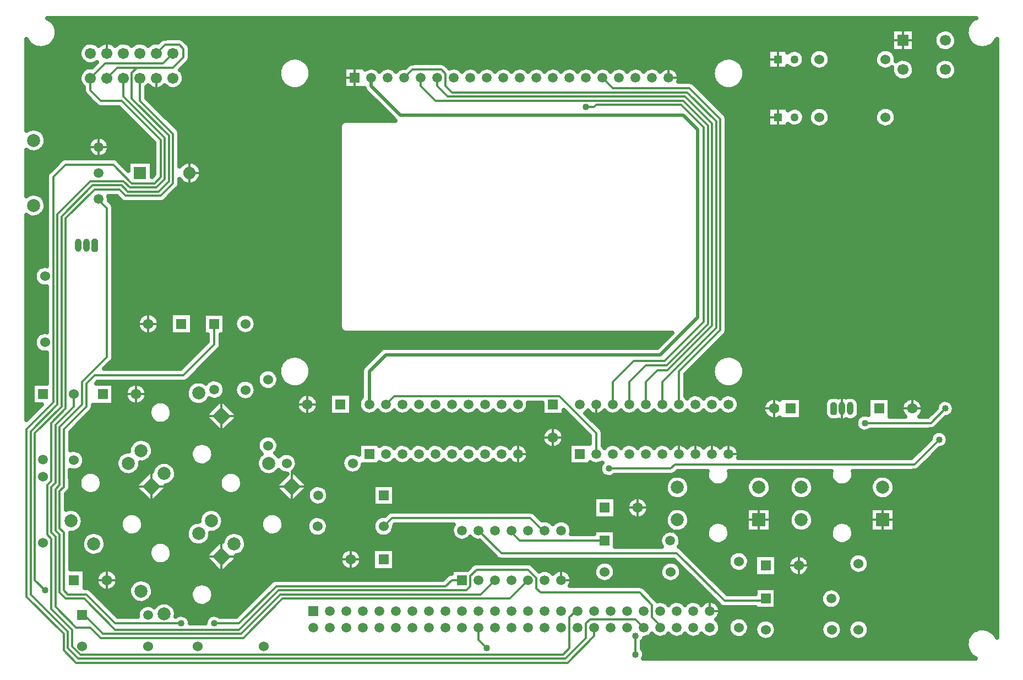
<source format=gbr>
G04 DipTrace 2.4.0.2*
%INBottom.gbr*%
%MOIN*%
%ADD13C,0.02*%
%ADD14C,0.013*%
%ADD15C,0.025*%
%ADD18C,0.063*%
%ADD19R,0.063X0.063*%
%ADD20R,0.0591X0.0591*%
%ADD21C,0.0591*%
%ADD22C,0.05*%
%ADD23R,0.05X0.05*%
%ADD25R,0.0748X0.0748*%
%ADD26C,0.0748*%
%ADD27O,0.0394X0.0787*%
%ADD28C,0.06*%
%ADD29C,0.06*%
%ADD30C,0.0787*%
%ADD31R,0.0787X0.0787*%
%ADD32R,0.0669X0.0669*%
%ADD33C,0.0669*%
%ADD34C,0.067*%
%ADD35C,0.04*%
%FSLAX44Y44*%
G04*
G70*
G90*
G75*
G01*
%LNBottom*%
%LPD*%
X33940Y12315D2*
D14*
Y12190D1*
X34440Y11690D1*
X39565D1*
X31940Y12315D2*
X33315Y10940D1*
X43940D1*
X46815Y8065D1*
X49190D1*
X49315Y8190D1*
X42940Y6440D2*
Y6565D1*
X42440Y7065D1*
Y7815D1*
X41690Y8565D1*
X35690D1*
X35440Y8815D1*
Y9440D1*
X34940Y9940D1*
X31815D1*
X31440Y9565D1*
Y8940D1*
X31190Y8690D1*
X19815D1*
X17440Y6315D1*
X9940D1*
X8065Y8190D1*
X6940D1*
X6565Y8565D1*
Y12065D1*
X6315Y12315D1*
Y14815D1*
X6565Y15065D1*
Y18565D1*
X7940Y19940D1*
Y21315D1*
X9440Y22815D1*
Y31815D1*
X8940Y32315D1*
X8890D1*
X8940Y32365D1*
X40065Y19940D2*
Y21315D1*
X41315Y22565D1*
X43190D1*
X45565Y24940D1*
Y36690D1*
X44190Y38065D1*
X39065D1*
X38940Y37940D1*
X38440D1*
X43065Y19940D2*
Y21315D1*
X46315Y24565D1*
Y37065D1*
X44565Y38815D1*
X30315D1*
X29940Y39190D1*
Y39940D1*
X29690Y40190D1*
X27940D1*
X27440Y39690D1*
X42065Y19940D2*
Y21315D1*
X42750Y22000D1*
X43375D1*
X46065Y24690D1*
Y36940D1*
X44440Y38565D1*
X30065D1*
X29440Y39190D1*
Y39690D1*
X44065Y19940D2*
Y21940D1*
X46565Y24440D1*
Y37190D1*
X44690Y39065D1*
X40065D1*
X39440Y39690D1*
X41065Y19940D2*
Y21315D1*
X42065Y22315D1*
X43315D1*
X45815Y24815D1*
Y36815D1*
X44315Y38315D1*
X29315D1*
X28440Y39190D1*
Y39690D1*
X39065Y16940D2*
Y18190D1*
X36815Y20440D1*
X26815D1*
X26315Y19940D1*
X32940Y9315D2*
X32065Y8440D1*
X19940D1*
X17565Y6065D1*
X9190D1*
X8065Y7190D1*
X7940D1*
X31940Y6440D2*
Y5690D1*
X32440Y5190D1*
X7440Y20565D2*
Y19815D1*
X6315Y18690D1*
Y15190D1*
X6065Y14940D1*
Y12190D1*
X6315Y11940D1*
Y7690D1*
X7565Y6440D1*
X8440D1*
X9065Y5815D1*
X17690D1*
X20065Y8190D1*
X33815D1*
X34940Y9315D1*
X39815Y16065D2*
X43565D1*
X43815Y16315D1*
X58315D1*
X59815Y17815D1*
X37940Y7440D2*
X37815D1*
X37440Y7065D1*
Y5190D1*
X37065Y4815D1*
X7815D1*
X7315Y5315D1*
Y6315D1*
X6065Y7565D1*
Y11815D1*
X5815Y12065D1*
Y15065D1*
X6065Y15315D1*
Y18815D1*
X6940Y19690D1*
Y31190D1*
X8690Y32940D1*
X10190D1*
X10565Y32565D1*
X12690D1*
X13440Y33315D1*
Y36315D1*
X11440Y38315D1*
Y39680D1*
X13440Y41180D2*
X12825Y40565D1*
X9325D1*
X8440Y39680D1*
X38940Y6440D2*
Y5940D1*
X37315Y4315D1*
X7565D1*
X6815Y5065D1*
Y6065D1*
X4565Y8315D1*
Y18440D1*
X6190Y20065D1*
Y33690D1*
X6940Y34440D1*
X9815D1*
X10940Y33315D1*
X12315D1*
X12690Y33690D1*
Y35940D1*
X10315Y38315D1*
X9065D1*
X8440Y38940D1*
Y39680D1*
X41940Y6440D2*
X41440Y6940D1*
X38690D1*
X38440Y6690D1*
Y5815D1*
X37190Y4565D1*
X7690D1*
X7065Y5190D1*
Y6190D1*
X4815Y8440D1*
Y18315D1*
X6440Y19940D1*
Y31440D1*
X8440Y33440D1*
X10440D1*
X10815Y33065D1*
X12440D1*
X12940Y33565D1*
Y36065D1*
X10440Y38565D1*
Y39680D1*
X9440D2*
X10075Y40315D1*
X11268D1*
X13440D1*
X14065Y40940D1*
Y41440D1*
X13815Y41690D1*
X12950D1*
X12440Y41180D1*
X41440Y5940D2*
Y4815D1*
X5690Y8690D2*
X5065Y9315D1*
Y18190D1*
X6690Y19815D1*
Y31315D1*
X8565Y33190D1*
X10315D1*
X10690Y32815D1*
X12565D1*
X13190Y33440D1*
Y36190D1*
X10940Y38440D1*
Y39987D1*
X11268Y40315D1*
X25315Y19940D2*
D13*
Y21940D1*
X26315Y22940D1*
X42940D1*
X45190Y25190D1*
Y36565D1*
X44315Y37440D1*
X27190D1*
X25440Y39190D1*
Y39690D1*
X55315Y18815D2*
D14*
X59315D1*
X60190Y19690D1*
X35940Y12315D2*
X35815D1*
X35065Y13065D1*
X26690D1*
X26190Y12565D1*
X30940Y9315D2*
X30315D1*
X29940Y8940D1*
X19690D1*
X17440Y6690D1*
X15940D1*
X13940D2*
X9940D1*
X8190Y8440D1*
X7065D1*
X6815Y8690D1*
Y12190D1*
X6565Y12440D1*
Y14690D1*
X6815Y14940D1*
Y18440D1*
X8190Y19815D1*
Y21190D1*
X8690Y21690D1*
X14065D1*
X15940Y23565D1*
Y24815D1*
D35*
X38440Y37940D3*
X32440Y5190D3*
X39815Y16065D3*
X59815Y17815D3*
X41440Y5940D3*
Y4815D3*
X5690Y8690D3*
X55315Y18815D3*
X60190Y19690D3*
X15940Y6690D3*
X13940D3*
X6194Y43066D2*
D15*
X61686D1*
X6346Y42818D2*
X61534D1*
X6416Y42569D2*
X56936D1*
X58326D2*
X59882D1*
X60498D2*
X61464D1*
X6416Y42320D2*
X56936D1*
X58326D2*
X59601D1*
X60779D2*
X61464D1*
X6350Y42072D2*
X12804D1*
X13959D2*
X56936D1*
X58326D2*
X59503D1*
X60877D2*
X61530D1*
X6201Y41823D2*
X8226D1*
X8654D2*
X9226D1*
X9654D2*
X10226D1*
X10654D2*
X11226D1*
X11654D2*
X12226D1*
X14272D2*
X56936D1*
X58326D2*
X59511D1*
X60869D2*
X61679D1*
X4590Y41574D2*
X4999D1*
X5881D2*
X7874D1*
X14467D2*
X56936D1*
X58326D2*
X59620D1*
X60760D2*
X61999D1*
X62881D2*
X63292D1*
X4590Y41325D2*
X7761D1*
X14490D2*
X49448D1*
X51369D2*
X52163D1*
X52967D2*
X56163D1*
X58326D2*
X59956D1*
X60424D2*
X63292D1*
X4590Y41077D2*
X7753D1*
X14490D2*
X49448D1*
X51608D2*
X51960D1*
X53170D2*
X55960D1*
X57170D2*
X63292D1*
X4590Y40828D2*
X7847D1*
X14475D2*
X20362D1*
X21256D2*
X46624D1*
X47518D2*
X49448D1*
X51670D2*
X51905D1*
X53225D2*
X55905D1*
X57225D2*
X57404D1*
X57858D2*
X59964D1*
X60416D2*
X63292D1*
X4590Y40579D2*
X8120D1*
X14295D2*
X20046D1*
X21572D2*
X27823D1*
X29807D2*
X46308D1*
X47834D2*
X49448D1*
X51619D2*
X51952D1*
X53178D2*
X55952D1*
X58201D2*
X59620D1*
X60760D2*
X63292D1*
X4590Y40331D2*
X8257D1*
X14045D2*
X19897D1*
X21721D2*
X27491D1*
X30139D2*
X46159D1*
X47983D2*
X49448D1*
X51412D2*
X52128D1*
X53002D2*
X56128D1*
X58311D2*
X59511D1*
X60869D2*
X63292D1*
X4590Y40082D2*
X7878D1*
X14002D2*
X19831D1*
X21787D2*
X23784D1*
X43959D2*
X46093D1*
X48049D2*
X56944D1*
X58319D2*
X59503D1*
X60877D2*
X63292D1*
X4590Y39833D2*
X7765D1*
X14115D2*
X19835D1*
X21787D2*
X23784D1*
X44080D2*
X46093D1*
X48045D2*
X57038D1*
X58221D2*
X59597D1*
X60783D2*
X63292D1*
X4590Y39585D2*
X7753D1*
X14127D2*
X19905D1*
X21717D2*
X23784D1*
X44088D2*
X46163D1*
X47975D2*
X57319D1*
X57944D2*
X59878D1*
X60502D2*
X63292D1*
X4590Y39336D2*
X7839D1*
X14041D2*
X20061D1*
X21561D2*
X23784D1*
X45010D2*
X46319D1*
X47819D2*
X63292D1*
X4590Y39087D2*
X8015D1*
X11865D2*
X12104D1*
X12776D2*
X13104D1*
X13776D2*
X20397D1*
X21221D2*
X23784D1*
X45260D2*
X46659D1*
X47483D2*
X63292D1*
X4590Y38839D2*
X8026D1*
X11865D2*
X25151D1*
X45506D2*
X63292D1*
X4590Y38590D2*
X8198D1*
X11865D2*
X25401D1*
X45756D2*
X63292D1*
X4590Y38341D2*
X8448D1*
X12006D2*
X25647D1*
X46006D2*
X63292D1*
X4590Y38093D2*
X8698D1*
X12252D2*
X25897D1*
X46252D2*
X63292D1*
X4590Y37844D2*
X10194D1*
X12502D2*
X26147D1*
X46502D2*
X49456D1*
X51338D2*
X52190D1*
X52940D2*
X56190D1*
X56940D2*
X63292D1*
X4590Y37595D2*
X10444D1*
X12752D2*
X26394D1*
X46752D2*
X49456D1*
X51604D2*
X51972D1*
X53158D2*
X55972D1*
X57158D2*
X63292D1*
X4590Y37346D2*
X10694D1*
X12998D2*
X26644D1*
X46959D2*
X49456D1*
X51674D2*
X51905D1*
X53225D2*
X55905D1*
X57225D2*
X63292D1*
X4590Y37098D2*
X10940D1*
X13248D2*
X23796D1*
X46990D2*
X49456D1*
X51635D2*
X51944D1*
X53186D2*
X55944D1*
X57186D2*
X63292D1*
X4590Y36849D2*
X11190D1*
X13498D2*
X23522D1*
X46990D2*
X49456D1*
X51444D2*
X52108D1*
X53022D2*
X56108D1*
X57022D2*
X63292D1*
X4590Y36600D2*
X4749D1*
X5256D2*
X11440D1*
X13744D2*
X23491D1*
X46990D2*
X63292D1*
X5608Y36352D2*
X11686D1*
X13861D2*
X23491D1*
X46990D2*
X63292D1*
X5729Y36103D2*
X8690D1*
X9190D2*
X11936D1*
X13865D2*
X23491D1*
X46990D2*
X63292D1*
X5756Y35854D2*
X8386D1*
X9494D2*
X12186D1*
X13865D2*
X23491D1*
X46990D2*
X63292D1*
X5690Y35606D2*
X8292D1*
X9588D2*
X12265D1*
X13865D2*
X23491D1*
X46990D2*
X63292D1*
X5506Y35357D2*
X8304D1*
X9576D2*
X12265D1*
X13865D2*
X23491D1*
X46990D2*
X63292D1*
X4590Y35108D2*
X8433D1*
X9447D2*
X12265D1*
X13865D2*
X23491D1*
X46990D2*
X63292D1*
X4590Y34860D2*
X12265D1*
X13865D2*
X23491D1*
X46990D2*
X63292D1*
X4590Y34611D2*
X6519D1*
X10236D2*
X10710D1*
X13865D2*
X14183D1*
X14690D2*
X23491D1*
X46990D2*
X63292D1*
X4590Y34362D2*
X6272D1*
X10483D2*
X10710D1*
X15029D2*
X23491D1*
X46990D2*
X63292D1*
X4590Y34114D2*
X6022D1*
X15147D2*
X23491D1*
X46990D2*
X63292D1*
X4590Y33865D2*
X5804D1*
X15166D2*
X23491D1*
X46990D2*
X63292D1*
X4590Y33616D2*
X5765D1*
X15092D2*
X23491D1*
X46990D2*
X63292D1*
X4590Y33367D2*
X5765D1*
X13865D2*
X13994D1*
X14881D2*
X23491D1*
X46990D2*
X63292D1*
X4590Y33119D2*
X5765D1*
X13815D2*
X23491D1*
X46990D2*
X63292D1*
X4590Y32870D2*
X5765D1*
X13584D2*
X23491D1*
X46990D2*
X63292D1*
X5358Y32621D2*
X5765D1*
X13338D2*
X23491D1*
X46990D2*
X63292D1*
X5635Y32373D2*
X5768D1*
X9596D2*
X10167D1*
X13088D2*
X23491D1*
X46990D2*
X63292D1*
X9721Y32124D2*
X23491D1*
X46990D2*
X63292D1*
X9861Y31875D2*
X23491D1*
X46990D2*
X63292D1*
X9865Y31627D2*
X23491D1*
X46990D2*
X63292D1*
X5451Y31378D2*
X5765D1*
X9865D2*
X23491D1*
X46990D2*
X63292D1*
X4590Y31129D2*
X5765D1*
X9865D2*
X23491D1*
X46990D2*
X63292D1*
X4590Y30881D2*
X5765D1*
X9865D2*
X23491D1*
X46990D2*
X63292D1*
X4590Y30632D2*
X5765D1*
X9865D2*
X23491D1*
X46990D2*
X63292D1*
X4590Y30383D2*
X5765D1*
X9865D2*
X23491D1*
X46990D2*
X63292D1*
X4590Y30135D2*
X5765D1*
X9865D2*
X23491D1*
X46990D2*
X63292D1*
X4590Y29886D2*
X5765D1*
X9865D2*
X23491D1*
X46990D2*
X63292D1*
X4590Y29637D2*
X5765D1*
X9865D2*
X23491D1*
X46990D2*
X63292D1*
X4590Y29388D2*
X5765D1*
X9865D2*
X23491D1*
X46990D2*
X63292D1*
X4590Y29140D2*
X5765D1*
X9865D2*
X23491D1*
X46990D2*
X63292D1*
X4590Y28891D2*
X5765D1*
X9865D2*
X23491D1*
X46990D2*
X63292D1*
X4590Y28642D2*
X5765D1*
X9865D2*
X23491D1*
X46990D2*
X63292D1*
X4590Y28394D2*
X5765D1*
X9865D2*
X23491D1*
X46990D2*
X63292D1*
X4590Y28145D2*
X5222D1*
X9865D2*
X23491D1*
X46990D2*
X63292D1*
X4590Y27896D2*
X5065D1*
X9865D2*
X23491D1*
X46990D2*
X63292D1*
X4590Y27648D2*
X5030D1*
X9865D2*
X23491D1*
X46990D2*
X63292D1*
X4590Y27399D2*
X5101D1*
X9865D2*
X23491D1*
X46990D2*
X63292D1*
X4590Y27150D2*
X5331D1*
X9865D2*
X23491D1*
X46990D2*
X63292D1*
X4590Y26902D2*
X5765D1*
X9865D2*
X23491D1*
X46990D2*
X63292D1*
X4590Y26653D2*
X5765D1*
X9865D2*
X23491D1*
X46990D2*
X63292D1*
X4590Y26404D2*
X5765D1*
X9865D2*
X23491D1*
X46990D2*
X63292D1*
X4590Y26156D2*
X5765D1*
X9865D2*
X23491D1*
X46990D2*
X63292D1*
X4590Y25907D2*
X5765D1*
X9865D2*
X23491D1*
X46990D2*
X63292D1*
X4590Y25658D2*
X5765D1*
X9865D2*
X23491D1*
X46990D2*
X63292D1*
X4590Y25409D2*
X5765D1*
X9865D2*
X11651D1*
X12229D2*
X13265D1*
X14615D2*
X15284D1*
X16596D2*
X17565D1*
X18065D2*
X23491D1*
X46990D2*
X63292D1*
X4590Y25161D2*
X5765D1*
X9865D2*
X11366D1*
X12514D2*
X13265D1*
X14615D2*
X15284D1*
X16596D2*
X17257D1*
X18373D2*
X23491D1*
X46990D2*
X63292D1*
X4590Y24912D2*
X5765D1*
X9865D2*
X11272D1*
X12608D2*
X13265D1*
X14615D2*
X15284D1*
X16596D2*
X17163D1*
X18467D2*
X23491D1*
X46990D2*
X63292D1*
X4590Y24663D2*
X5765D1*
X9865D2*
X11284D1*
X12596D2*
X13265D1*
X14615D2*
X15284D1*
X16596D2*
X17175D1*
X18455D2*
X23491D1*
X46990D2*
X63292D1*
X4590Y24415D2*
X5765D1*
X9865D2*
X11401D1*
X12479D2*
X13265D1*
X14615D2*
X15284D1*
X16596D2*
X17296D1*
X18334D2*
X23593D1*
X46990D2*
X63292D1*
X4590Y24166D2*
X5245D1*
X9865D2*
X11882D1*
X11999D2*
X13265D1*
X14615D2*
X15515D1*
X16365D2*
X43526D1*
X46881D2*
X63292D1*
X4590Y23917D2*
X5073D1*
X9865D2*
X15515D1*
X16365D2*
X43276D1*
X46631D2*
X63292D1*
X4590Y23669D2*
X5030D1*
X9865D2*
X15452D1*
X16365D2*
X43030D1*
X46385D2*
X63292D1*
X4590Y23420D2*
X5089D1*
X9865D2*
X15206D1*
X16338D2*
X42780D1*
X46135D2*
X63292D1*
X4590Y23171D2*
X5300D1*
X9865D2*
X14956D1*
X16135D2*
X25905D1*
X45885D2*
X63292D1*
X4590Y22923D2*
X5765D1*
X9865D2*
X14706D1*
X15889D2*
X25659D1*
X45639D2*
X63292D1*
X4590Y22674D2*
X5765D1*
X9838D2*
X14460D1*
X15639D2*
X20175D1*
X21447D2*
X25409D1*
X45389D2*
X46433D1*
X47705D2*
X63292D1*
X4590Y22425D2*
X5765D1*
X9639D2*
X14210D1*
X15389D2*
X19960D1*
X21658D2*
X25159D1*
X45139D2*
X46222D1*
X47920D2*
X63292D1*
X4590Y22177D2*
X5765D1*
X9393D2*
X13960D1*
X15143D2*
X19854D1*
X21764D2*
X24925D1*
X44893D2*
X46116D1*
X48026D2*
X63292D1*
X4590Y21928D2*
X5765D1*
X14893D2*
X18757D1*
X19623D2*
X19827D1*
X21795D2*
X24854D1*
X44643D2*
X46085D1*
X48053D2*
X63292D1*
X4590Y21679D2*
X5765D1*
X14643D2*
X18577D1*
X21760D2*
X24854D1*
X44490D2*
X46120D1*
X48022D2*
X63292D1*
X4590Y21430D2*
X5765D1*
X14397D2*
X15698D1*
X16182D2*
X17636D1*
X17994D2*
X18530D1*
X21651D2*
X24854D1*
X44490D2*
X46229D1*
X47912D2*
X63292D1*
X4590Y21182D2*
X4909D1*
X9865D2*
X10960D1*
X11420D2*
X14487D1*
X16494D2*
X17272D1*
X18358D2*
X18585D1*
X19795D2*
X20190D1*
X21432D2*
X24854D1*
X44490D2*
X46448D1*
X47690D2*
X63292D1*
X4590Y20933D2*
X4909D1*
X9865D2*
X10628D1*
X11752D2*
X14300D1*
X16588D2*
X17167D1*
X18463D2*
X18784D1*
X19596D2*
X24854D1*
X44490D2*
X63292D1*
X4590Y20684D2*
X4909D1*
X9865D2*
X10526D1*
X11854D2*
X14233D1*
X16576D2*
X17167D1*
X18463D2*
X24854D1*
X44490D2*
X63292D1*
X4590Y20436D2*
X4909D1*
X9865D2*
X10526D1*
X11854D2*
X14257D1*
X16451D2*
X17280D1*
X18350D2*
X21124D1*
X22014D2*
X22894D1*
X24244D2*
X24854D1*
X44490D2*
X44654D1*
X45479D2*
X45654D1*
X46479D2*
X46654D1*
X47479D2*
X63292D1*
X4590Y20187D2*
X4909D1*
X9865D2*
X10636D1*
X11744D2*
X14378D1*
X15592D2*
X17698D1*
X17935D2*
X20944D1*
X22197D2*
X22894D1*
X24244D2*
X24710D1*
X47670D2*
X49370D1*
X51490D2*
X52952D1*
X54904D2*
X55515D1*
X56865D2*
X57745D1*
X58635D2*
X59968D1*
X60412D2*
X63292D1*
X4590Y19938D2*
X4909D1*
X9865D2*
X10991D1*
X11389D2*
X12183D1*
X13190D2*
X14718D1*
X15248D2*
X16026D1*
X16729D2*
X20894D1*
X22244D2*
X22894D1*
X24244D2*
X24659D1*
X34971D2*
X35765D1*
X47721D2*
X49190D1*
X51490D2*
X52882D1*
X54994D2*
X55515D1*
X56865D2*
X57565D1*
X58815D2*
X59690D1*
X60690D2*
X63292D1*
X4590Y19690D2*
X5226D1*
X8596D2*
X12019D1*
X13358D2*
X15776D1*
X16975D2*
X20944D1*
X22194D2*
X22894D1*
X24244D2*
X24710D1*
X34920D2*
X35765D1*
X47670D2*
X49140D1*
X51490D2*
X52882D1*
X54998D2*
X55515D1*
X56865D2*
X57515D1*
X58865D2*
X59601D1*
X60748D2*
X63292D1*
X4590Y19441D2*
X4976D1*
X8408D2*
X11972D1*
X13401D2*
X15530D1*
X17221D2*
X21128D1*
X22010D2*
X22894D1*
X24244D2*
X24905D1*
X25725D2*
X25904D1*
X26725D2*
X26904D1*
X27725D2*
X27904D1*
X28725D2*
X28904D1*
X29725D2*
X29904D1*
X30725D2*
X30904D1*
X31725D2*
X31904D1*
X32725D2*
X32904D1*
X33725D2*
X33904D1*
X34725D2*
X35765D1*
X38475D2*
X38654D1*
X39475D2*
X39654D1*
X40475D2*
X40654D1*
X41475D2*
X41654D1*
X42475D2*
X42654D1*
X43475D2*
X43654D1*
X44475D2*
X44654D1*
X45475D2*
X45654D1*
X46475D2*
X46654D1*
X47475D2*
X49190D1*
X51490D2*
X52882D1*
X54994D2*
X55515D1*
X56865D2*
X57565D1*
X58815D2*
X59351D1*
X60690D2*
X63292D1*
X4590Y19192D2*
X4726D1*
X8158D2*
X12019D1*
X13354D2*
X15460D1*
X17291D2*
X37472D1*
X38654D2*
X49374D1*
X51490D2*
X52952D1*
X60412D2*
X63292D1*
X7908Y18944D2*
X12186D1*
X13186D2*
X15612D1*
X17143D2*
X37722D1*
X38901D2*
X54772D1*
X60033D2*
X63292D1*
X7662Y18695D2*
X15858D1*
X16893D2*
X37968D1*
X39151D2*
X54769D1*
X59787D2*
X63292D1*
X7412Y18446D2*
X16108D1*
X16643D2*
X36007D1*
X36873D2*
X38218D1*
X39397D2*
X54901D1*
X59494D2*
X63292D1*
X7240Y18198D2*
X35819D1*
X37061D2*
X38468D1*
X39490D2*
X59417D1*
X60213D2*
X63292D1*
X7240Y17949D2*
X18784D1*
X19596D2*
X35765D1*
X37115D2*
X38640D1*
X39490D2*
X59272D1*
X60358D2*
X63292D1*
X7240Y17700D2*
X11007D1*
X12002D2*
X18585D1*
X19795D2*
X35811D1*
X37069D2*
X38640D1*
X39490D2*
X59108D1*
X60361D2*
X63292D1*
X7240Y17451D2*
X10819D1*
X12190D2*
X14710D1*
X15678D2*
X18530D1*
X19850D2*
X24659D1*
X26709D2*
X26921D1*
X27709D2*
X27921D1*
X28709D2*
X28921D1*
X29709D2*
X29921D1*
X30709D2*
X30921D1*
X31709D2*
X31921D1*
X32709D2*
X32921D1*
X33709D2*
X33921D1*
X34709D2*
X35987D1*
X36893D2*
X37409D1*
X39490D2*
X39671D1*
X40459D2*
X40671D1*
X41459D2*
X41671D1*
X42459D2*
X42671D1*
X43459D2*
X43671D1*
X44459D2*
X44671D1*
X45459D2*
X45671D1*
X46459D2*
X46671D1*
X47459D2*
X58862D1*
X60233D2*
X63292D1*
X7240Y17203D2*
X10753D1*
X12256D2*
X14530D1*
X15854D2*
X18577D1*
X19803D2*
X24659D1*
X34912D2*
X37409D1*
X47662D2*
X58612D1*
X59795D2*
X63292D1*
X7967Y16954D2*
X10265D1*
X12233D2*
X14479D1*
X15908D2*
X18757D1*
X19701D2*
X20022D1*
X20608D2*
X24022D1*
X34971D2*
X37409D1*
X47721D2*
X58362D1*
X59545D2*
X63292D1*
X8084Y16705D2*
X10058D1*
X12108D2*
X14519D1*
X15865D2*
X18558D1*
X20885D2*
X23745D1*
X34924D2*
X37409D1*
X59295D2*
X63292D1*
X8092Y16457D2*
X9983D1*
X11764D2*
X12679D1*
X13115D2*
X14675D1*
X15713D2*
X18483D1*
X20971D2*
X23659D1*
X26744D2*
X26884D1*
X27744D2*
X27884D1*
X28744D2*
X28884D1*
X29744D2*
X29884D1*
X30744D2*
X30884D1*
X31744D2*
X31884D1*
X32744D2*
X32884D1*
X33744D2*
X33884D1*
X34744D2*
X37409D1*
X59049D2*
X63292D1*
X7990Y16208D2*
X9999D1*
X11467D2*
X12300D1*
X13490D2*
X18499D1*
X20951D2*
X23679D1*
X24951D2*
X39276D1*
X58799D2*
X63292D1*
X7654Y15959D2*
X10112D1*
X11358D2*
X12171D1*
X13619D2*
X18612D1*
X20819D2*
X23811D1*
X24819D2*
X39265D1*
X58522D2*
X63292D1*
X7240Y15711D2*
X7956D1*
X8916D2*
X10413D1*
X11057D2*
X11796D1*
X13647D2*
X16456D1*
X17416D2*
X18913D1*
X19557D2*
X20296D1*
X20955D2*
X39390D1*
X43776D2*
X45726D1*
X47154D2*
X53226D1*
X54654D2*
X63292D1*
X7240Y15462D2*
X7776D1*
X9096D2*
X11550D1*
X13588D2*
X16276D1*
X17596D2*
X20050D1*
X21201D2*
X43464D1*
X44494D2*
X45772D1*
X47108D2*
X48386D1*
X49416D2*
X50964D1*
X51994D2*
X53272D1*
X54608D2*
X55886D1*
X56916D2*
X63292D1*
X7240Y15213D2*
X7722D1*
X9151D2*
X11300D1*
X13408D2*
X16222D1*
X17651D2*
X19800D1*
X21451D2*
X43284D1*
X44674D2*
X45940D1*
X46940D2*
X48206D1*
X49596D2*
X50784D1*
X52174D2*
X53440D1*
X54440D2*
X55706D1*
X57096D2*
X63292D1*
X7240Y14965D2*
X7761D1*
X9111D2*
X11210D1*
X13041D2*
X16261D1*
X17611D2*
X19710D1*
X21541D2*
X21839D1*
X22588D2*
X25534D1*
X26846D2*
X43226D1*
X44733D2*
X48147D1*
X49654D2*
X50726D1*
X52233D2*
X55647D1*
X57154D2*
X63292D1*
X7170Y14716D2*
X7913D1*
X8959D2*
X11339D1*
X12912D2*
X16413D1*
X17459D2*
X19839D1*
X21412D2*
X21624D1*
X22807D2*
X25534D1*
X26846D2*
X43257D1*
X44701D2*
X48179D1*
X49623D2*
X50757D1*
X52201D2*
X55679D1*
X57123D2*
X63292D1*
X6990Y14467D2*
X11589D1*
X12666D2*
X20089D1*
X21166D2*
X21558D1*
X22869D2*
X25534D1*
X26846D2*
X43386D1*
X44572D2*
X48308D1*
X49494D2*
X50886D1*
X52072D2*
X55808D1*
X56994D2*
X63292D1*
X6990Y14219D2*
X11835D1*
X12416D2*
X20335D1*
X20916D2*
X21601D1*
X22830D2*
X25534D1*
X26846D2*
X38890D1*
X40240D2*
X41163D1*
X41967D2*
X43772D1*
X44186D2*
X48694D1*
X49108D2*
X51272D1*
X51686D2*
X56194D1*
X56608D2*
X63292D1*
X6990Y13970D2*
X21769D1*
X22658D2*
X25534D1*
X26846D2*
X38890D1*
X40240D2*
X40952D1*
X42178D2*
X63292D1*
X6990Y13721D2*
X38890D1*
X40240D2*
X40890D1*
X42240D2*
X63292D1*
X7725Y13472D2*
X15284D1*
X16225D2*
X38890D1*
X40240D2*
X40929D1*
X42201D2*
X43440D1*
X44518D2*
X48147D1*
X49654D2*
X50940D1*
X52018D2*
X55647D1*
X57154D2*
X63292D1*
X7928Y13224D2*
X10483D1*
X11401D2*
X15077D1*
X16428D2*
X18983D1*
X19901D2*
X26257D1*
X35498D2*
X38890D1*
X40240D2*
X41089D1*
X42041D2*
X43276D1*
X44682D2*
X48147D1*
X49654D2*
X50776D1*
X52182D2*
X55647D1*
X57154D2*
X63292D1*
X8002Y12975D2*
X10292D1*
X11596D2*
X15003D1*
X16502D2*
X18792D1*
X20096D2*
X21679D1*
X22701D2*
X25679D1*
X35744D2*
X43226D1*
X44733D2*
X48147D1*
X49654D2*
X50726D1*
X52233D2*
X55647D1*
X57154D2*
X63292D1*
X7986Y12726D2*
X10229D1*
X11654D2*
X14546D1*
X16486D2*
X18729D1*
X20154D2*
X21550D1*
X22830D2*
X25550D1*
X37444D2*
X43265D1*
X44697D2*
X46011D1*
X46869D2*
X48147D1*
X49654D2*
X50765D1*
X52197D2*
X53511D1*
X54369D2*
X55647D1*
X57154D2*
X63292D1*
X7877Y12478D2*
X10261D1*
X11623D2*
X14319D1*
X16377D2*
X18761D1*
X20123D2*
X21538D1*
X22842D2*
X25538D1*
X26842D2*
X30308D1*
X37572D2*
X43405D1*
X44553D2*
X45800D1*
X47080D2*
X48147D1*
X49654D2*
X50905D1*
X52053D2*
X53300D1*
X54580D2*
X55647D1*
X57154D2*
X63292D1*
X7572Y12229D2*
X8550D1*
X8746D2*
X10401D1*
X11483D2*
X14237D1*
X16072D2*
X17050D1*
X17246D2*
X18901D1*
X19983D2*
X21628D1*
X22752D2*
X25628D1*
X26752D2*
X30292D1*
X37588D2*
X38909D1*
X40221D2*
X43190D1*
X44057D2*
X45729D1*
X47151D2*
X48147D1*
X49654D2*
X51401D1*
X51557D2*
X53229D1*
X54651D2*
X55647D1*
X57154D2*
X63292D1*
X7240Y11980D2*
X8069D1*
X9221D2*
X14245D1*
X15725D2*
X16569D1*
X17721D2*
X21917D1*
X22463D2*
X25917D1*
X26463D2*
X30382D1*
X40221D2*
X42956D1*
X44127D2*
X45753D1*
X47127D2*
X53253D1*
X54627D2*
X63292D1*
X7240Y11732D2*
X7929D1*
X9361D2*
X14347D1*
X15623D2*
X16429D1*
X17861D2*
X30675D1*
X31205D2*
X31675D1*
X40221D2*
X42886D1*
X44194D2*
X45882D1*
X46998D2*
X53382D1*
X54498D2*
X63292D1*
X7240Y11483D2*
X7894D1*
X9401D2*
X12233D1*
X13139D2*
X14616D1*
X15350D2*
X16069D1*
X17901D2*
X32183D1*
X40221D2*
X42921D1*
X44162D2*
X46343D1*
X46538D2*
X53843D1*
X54038D2*
X63292D1*
X7240Y11234D2*
X7944D1*
X9346D2*
X12038D1*
X13338D2*
X15819D1*
X17846D2*
X32429D1*
X44236D2*
X63292D1*
X7240Y10986D2*
X8108D1*
X9182D2*
X11976D1*
X13401D2*
X15573D1*
X17682D2*
X23671D1*
X24709D2*
X25515D1*
X26865D2*
X32679D1*
X44486D2*
X47339D1*
X48041D2*
X63292D1*
X7240Y10737D2*
X12003D1*
X13369D2*
X15460D1*
X17291D2*
X23538D1*
X24842D2*
X25515D1*
X26865D2*
X32929D1*
X44733D2*
X47104D1*
X48276D2*
X48640D1*
X49990D2*
X50940D1*
X51690D2*
X54440D1*
X55440D2*
X63292D1*
X7240Y10488D2*
X12144D1*
X13229D2*
X15565D1*
X17186D2*
X23519D1*
X24861D2*
X25515D1*
X26865D2*
X43800D1*
X44983D2*
X47030D1*
X48350D2*
X48640D1*
X49990D2*
X50714D1*
X51916D2*
X54304D1*
X55576D2*
X63292D1*
X7240Y10240D2*
X15815D1*
X16936D2*
X23604D1*
X24776D2*
X25515D1*
X26865D2*
X31526D1*
X35229D2*
X39069D1*
X40061D2*
X43069D1*
X45233D2*
X47061D1*
X48319D2*
X48640D1*
X49990D2*
X50644D1*
X51986D2*
X54284D1*
X55596D2*
X63292D1*
X7240Y9991D2*
X16065D1*
X16690D2*
X23862D1*
X24518D2*
X25515D1*
X26865D2*
X31276D1*
X35479D2*
X38929D1*
X40201D2*
X42929D1*
X45479D2*
X47218D1*
X48162D2*
X48640D1*
X49990D2*
X50671D1*
X51959D2*
X54370D1*
X55510D2*
X63292D1*
X8115Y9742D2*
X8925D1*
X9955D2*
X30284D1*
X37428D2*
X38909D1*
X40221D2*
X42909D1*
X44221D2*
X44546D1*
X45729D2*
X48640D1*
X49990D2*
X50819D1*
X51811D2*
X54640D1*
X55240D2*
X63292D1*
X8115Y9493D2*
X8792D1*
X10088D2*
X29901D1*
X37569D2*
X38991D1*
X40139D2*
X42991D1*
X44139D2*
X44796D1*
X45979D2*
X63292D1*
X8115Y9245D2*
X8769D1*
X10111D2*
X11065D1*
X11944D2*
X19405D1*
X37592D2*
X39261D1*
X39869D2*
X43261D1*
X43869D2*
X45046D1*
X46225D2*
X63292D1*
X8115Y8996D2*
X8851D1*
X10029D2*
X10839D1*
X12166D2*
X14765D1*
X15619D2*
X19155D1*
X37510D2*
X45292D1*
X46475D2*
X63292D1*
X8471Y8747D2*
X9097D1*
X9783D2*
X10757D1*
X12252D2*
X14554D1*
X15834D2*
X18905D1*
X42100D2*
X45542D1*
X46725D2*
X48659D1*
X49971D2*
X52972D1*
X53611D2*
X63292D1*
X8721Y8499D2*
X10765D1*
X12244D2*
X14479D1*
X15904D2*
X18659D1*
X42346D2*
X45792D1*
X46971D2*
X48659D1*
X49971D2*
X52718D1*
X53865D2*
X63292D1*
X8971Y8250D2*
X10866D1*
X12139D2*
X14503D1*
X15881D2*
X18409D1*
X42596D2*
X46038D1*
X49971D2*
X52640D1*
X53944D2*
X63292D1*
X9221Y8001D2*
X11140D1*
X11869D2*
X14636D1*
X15752D2*
X18159D1*
X43252D2*
X43628D1*
X44252D2*
X44628D1*
X45252D2*
X45628D1*
X49971D2*
X52667D1*
X53916D2*
X63292D1*
X9467Y7753D2*
X11608D1*
X13451D2*
X15089D1*
X15299D2*
X17913D1*
X49971D2*
X52811D1*
X53772D2*
X63292D1*
X9717Y7504D2*
X11347D1*
X13604D2*
X17663D1*
X46592D2*
X63292D1*
X9967Y7255D2*
X11265D1*
X13651D2*
X17413D1*
X46569D2*
X63292D1*
X14397Y7007D2*
X15483D1*
X46424D2*
X47378D1*
X48002D2*
X63292D1*
X14494Y6758D2*
X15386D1*
X46510D2*
X47116D1*
X48264D2*
X48835D1*
X49795D2*
X52835D1*
X53795D2*
X54460D1*
X55420D2*
X63292D1*
X46592Y6509D2*
X47034D1*
X48346D2*
X48686D1*
X49944D2*
X52686D1*
X53944D2*
X54311D1*
X55569D2*
X63292D1*
X46569Y6261D2*
X47058D1*
X48322D2*
X48659D1*
X49971D2*
X52659D1*
X53971D2*
X54284D1*
X55596D2*
X61917D1*
X62963D2*
X63292D1*
X46428Y6012D2*
X47194D1*
X48186D2*
X48733D1*
X49897D2*
X52733D1*
X53897D2*
X54358D1*
X55522D2*
X61644D1*
X41971Y5763D2*
X48976D1*
X49654D2*
X52976D1*
X53654D2*
X54601D1*
X55279D2*
X61511D1*
X41865Y5514D2*
X61460D1*
X41865Y5266D2*
X61472D1*
X41959Y5017D2*
X61554D1*
X41998Y4768D2*
X61729D1*
X12589Y24790D2*
X12573Y24666D1*
X12533Y24548D1*
X12471Y24440D1*
X12389Y24345D1*
X12291Y24268D1*
X12180Y24211D1*
X12060Y24176D1*
X11936Y24165D1*
X11812Y24178D1*
X11692Y24214D1*
X11582Y24272D1*
X11485Y24351D1*
X11405Y24446D1*
X11344Y24556D1*
X11305Y24674D1*
X11290Y24798D1*
X11299Y24923D1*
X11331Y25043D1*
X11386Y25155D1*
X11461Y25255D1*
X11554Y25338D1*
X11661Y25402D1*
X11779Y25445D1*
X11902Y25464D1*
X12027Y25459D1*
X12148Y25431D1*
X12262Y25379D1*
X12364Y25307D1*
X12450Y25217D1*
X12518Y25112D1*
X12564Y24996D1*
X12587Y24874D1*
X12589Y24790D1*
X13415Y25465D2*
X14590D1*
Y24165D1*
X13290D1*
Y25465D1*
X13415D1*
X10089Y9290D2*
X10073Y9166D1*
X10033Y9048D1*
X9971Y8940D1*
X9889Y8845D1*
X9791Y8768D1*
X9680Y8711D1*
X9560Y8676D1*
X9436Y8665D1*
X9312Y8678D1*
X9192Y8714D1*
X9082Y8772D1*
X8985Y8851D1*
X8905Y8946D1*
X8844Y9056D1*
X8805Y9174D1*
X8790Y9298D1*
X8799Y9423D1*
X8831Y9543D1*
X8886Y9655D1*
X8961Y9755D1*
X9054Y9838D1*
X9161Y9902D1*
X9279Y9945D1*
X9402Y9964D1*
X9527Y9959D1*
X9648Y9931D1*
X9762Y9879D1*
X9864Y9807D1*
X9950Y9717D1*
X10018Y9612D1*
X10064Y9496D1*
X10087Y9374D1*
X10089Y9290D1*
X7216Y9965D2*
X8090D1*
Y8836D1*
X8190Y8840D1*
X8313Y8821D1*
X8427Y8762D1*
X8650Y8546D1*
X10105Y7090D1*
X11295D1*
X11286Y7210D1*
X11303Y7334D1*
X11343Y7452D1*
X11406Y7560D1*
X11489Y7653D1*
X11588Y7728D1*
X11701Y7782D1*
X11822Y7813D1*
X11946Y7820D1*
X12070Y7801D1*
X12187Y7759D1*
X12308Y7685D1*
X12390Y7779D1*
X12487Y7857D1*
X12596Y7918D1*
X12714Y7960D1*
X12837Y7980D1*
X12962D1*
X13085Y7958D1*
X13202Y7915D1*
X13311Y7853D1*
X13407Y7774D1*
X13488Y7679D1*
X13552Y7572D1*
X13596Y7455D1*
X13621Y7333D1*
X13625Y7254D1*
X13609Y7111D1*
X13680Y7158D1*
X13796Y7205D1*
X13919Y7225D1*
X14043Y7215D1*
X14162Y7177D1*
X14269Y7112D1*
X14357Y7025D1*
X14424Y6919D1*
X14463Y6801D1*
X14472Y6714D1*
X15405Y6715D1*
X15440Y6880D1*
X15497Y6991D1*
X15579Y7085D1*
X15680Y7158D1*
X15796Y7205D1*
X15919Y7225D1*
X16043Y7215D1*
X16162Y7177D1*
X16269Y7112D1*
X16294Y7088D1*
X17272Y7090D1*
X19407Y9223D1*
X19508Y9296D1*
X19630Y9335D1*
X19940Y9340D1*
X29772D1*
X30032Y9598D1*
X30133Y9671D1*
X30255Y9710D1*
X30310Y9715D1*
Y9945D1*
X31251D1*
X31532Y10223D1*
X31633Y10296D1*
X31755Y10335D1*
X32065Y10340D1*
X34940D1*
X35063Y10321D1*
X35177Y10262D1*
X35400Y10046D1*
X35601Y9844D1*
X35724Y9907D1*
X35845Y9938D1*
X35970Y9945D1*
X36093Y9926D1*
X36211Y9884D1*
X36318Y9820D1*
X36410Y9735D1*
X36440Y9694D1*
X36494Y9761D1*
X36591Y9840D1*
X36701Y9898D1*
X36821Y9934D1*
X36945Y9945D1*
X37069Y9932D1*
X37188Y9894D1*
X37297Y9834D1*
X37393Y9754D1*
X37470Y9656D1*
X37527Y9545D1*
X37561Y9425D1*
X37570Y9290D1*
X37553Y9166D1*
X37511Y9049D1*
X37464Y8965D1*
X41690D1*
X41813Y8946D1*
X41927Y8887D1*
X42150Y8671D1*
X42762Y8051D1*
X42970Y8070D1*
X43093Y8051D1*
X43211Y8009D1*
X43318Y7945D1*
X43410Y7860D1*
X43440Y7819D1*
X43512Y7903D1*
X43612Y7978D1*
X43724Y8032D1*
X43845Y8063D1*
X43970Y8070D1*
X44093Y8051D1*
X44211Y8009D1*
X44318Y7945D1*
X44410Y7860D1*
X44440Y7819D1*
X44512Y7903D1*
X44612Y7978D1*
X44724Y8032D1*
X44845Y8063D1*
X44970Y8070D1*
X45093Y8051D1*
X45211Y8009D1*
X45318Y7945D1*
X45410Y7860D1*
X45440Y7819D1*
X45494Y7886D1*
X45591Y7965D1*
X45701Y8023D1*
X45821Y8059D1*
X45945Y8070D1*
X46069Y8057D1*
X46188Y8019D1*
X46297Y7959D1*
X46393Y7879D1*
X46470Y7781D1*
X46527Y7670D1*
X46561Y7550D1*
X46570Y7415D1*
X46553Y7291D1*
X46511Y7174D1*
X46448Y7066D1*
X46364Y6974D1*
X46324Y6940D1*
X46410Y6860D1*
X46483Y6760D1*
X46536Y6646D1*
X46565Y6525D1*
X46570Y6440D1*
X46558Y6316D1*
X46521Y6197D1*
X46462Y6087D1*
X46382Y5991D1*
X46285Y5913D1*
X46174Y5855D1*
X46054Y5820D1*
X45930Y5810D1*
X45806Y5824D1*
X45687Y5863D1*
X45579Y5924D1*
X45484Y6005D1*
X45443Y6057D1*
X45382Y5991D1*
X45285Y5913D1*
X45174Y5855D1*
X45054Y5820D1*
X44930Y5810D1*
X44806Y5824D1*
X44687Y5863D1*
X44579Y5924D1*
X44484Y6005D1*
X44443Y6057D1*
X44382Y5991D1*
X44285Y5913D1*
X44174Y5855D1*
X44054Y5820D1*
X43930Y5810D1*
X43806Y5824D1*
X43687Y5863D1*
X43579Y5924D1*
X43484Y6005D1*
X43443Y6057D1*
X43382Y5991D1*
X43285Y5913D1*
X43174Y5855D1*
X43054Y5820D1*
X42930Y5810D1*
X42806Y5824D1*
X42687Y5863D1*
X42579Y5924D1*
X42484Y6005D1*
X42443Y6057D1*
X42382Y5991D1*
X42285Y5913D1*
X42174Y5855D1*
X42054Y5820D1*
X41957Y5812D1*
X41918Y5699D1*
X41840Y5587D1*
Y5170D1*
X41924Y5044D1*
X41963Y4926D1*
X41975Y4815D1*
X41960Y4691D1*
X41911Y4564D1*
X62045Y4565D1*
X61865Y4672D1*
X61770Y4753D1*
X61686Y4846D1*
X61615Y4949D1*
X61559Y5060D1*
X61517Y5177D1*
X61490Y5300D1*
X61480Y5424D1*
X61486Y5549D1*
X61508Y5672D1*
X61546Y5791D1*
X61599Y5904D1*
X61667Y6009D1*
X61747Y6105D1*
X61839Y6189D1*
X61942Y6261D1*
X62052Y6318D1*
X62170Y6361D1*
X62292Y6388D1*
X62416Y6400D1*
X62541Y6395D1*
X62664Y6373D1*
X62783Y6337D1*
X62897Y6284D1*
X63003Y6218D1*
X63099Y6138D1*
X63184Y6047D1*
X63256Y5945D1*
X63316Y5831D1*
X63315Y19190D1*
Y42045D1*
X63204Y41858D1*
X63122Y41764D1*
X63028Y41681D1*
X62925Y41611D1*
X62813Y41555D1*
X62695Y41514D1*
X62573Y41489D1*
X62448Y41480D1*
X62323Y41487D1*
X62201Y41510D1*
X62082Y41549D1*
X61969Y41603D1*
X61865Y41672D1*
X61770Y41753D1*
X61686Y41846D1*
X61615Y41949D1*
X61559Y42060D1*
X61517Y42177D1*
X61490Y42300D1*
X61480Y42424D1*
X61486Y42549D1*
X61508Y42672D1*
X61546Y42791D1*
X61599Y42904D1*
X61667Y43009D1*
X61747Y43105D1*
X61839Y43189D1*
X61942Y43261D1*
X62049Y43317D1*
X51065Y43315D1*
X5835D1*
X6003Y43218D1*
X6099Y43138D1*
X6184Y43047D1*
X6256Y42945D1*
X6315Y42835D1*
X6359Y42718D1*
X6387Y42596D1*
X6400Y42440D1*
X6392Y42315D1*
X6368Y42193D1*
X6328Y42074D1*
X6273Y41962D1*
X6204Y41858D1*
X6122Y41764D1*
X6028Y41681D1*
X5925Y41611D1*
X5813Y41555D1*
X5695Y41514D1*
X5573Y41489D1*
X5448Y41480D1*
X5323Y41487D1*
X5201Y41510D1*
X5082Y41549D1*
X4969Y41603D1*
X4865Y41672D1*
X4770Y41753D1*
X4686Y41846D1*
X4615Y41949D1*
X4564Y42049D1*
X4565Y36491D1*
X4703Y36573D1*
X4821Y36614D1*
X4944Y36635D1*
X5069Y36634D1*
X5192Y36612D1*
X5309Y36570D1*
X5418Y36508D1*
X5514Y36428D1*
X5595Y36333D1*
X5659Y36226D1*
X5703Y36109D1*
X5727Y35987D1*
X5732Y35909D1*
X5721Y35784D1*
X5689Y35663D1*
X5637Y35550D1*
X5567Y35447D1*
X5480Y35357D1*
X5379Y35284D1*
X5267Y35229D1*
X5147Y35194D1*
X5023Y35180D1*
X4898Y35187D1*
X4776Y35216D1*
X4662Y35265D1*
X4567Y35326D1*
X4565Y32553D1*
X4703Y32636D1*
X4821Y32677D1*
X4944Y32698D1*
X5069Y32697D1*
X5192Y32675D1*
X5309Y32633D1*
X5418Y32571D1*
X5514Y32491D1*
X5595Y32396D1*
X5659Y32289D1*
X5703Y32172D1*
X5727Y32050D1*
X5732Y31971D1*
X5721Y31847D1*
X5689Y31726D1*
X5637Y31613D1*
X5567Y31510D1*
X5480Y31420D1*
X5379Y31347D1*
X5267Y31292D1*
X5147Y31257D1*
X5023Y31243D1*
X4898Y31250D1*
X4776Y31279D1*
X4662Y31328D1*
X4567Y31389D1*
X4565Y22565D1*
Y19006D1*
X5495Y19935D1*
X4935D1*
Y21195D1*
X5790D1*
Y23061D1*
X5687Y23055D1*
X5563Y23068D1*
X5444Y23105D1*
X5334Y23164D1*
X5238Y23244D1*
X5160Y23341D1*
X5102Y23451D1*
X5066Y23571D1*
X5055Y23695D1*
X5068Y23819D1*
X5106Y23938D1*
X5165Y24048D1*
X5246Y24143D1*
X5343Y24222D1*
X5453Y24279D1*
X5573Y24314D1*
X5698Y24325D1*
X5787Y24315D1*
X5790Y25565D1*
Y27061D1*
X5687Y27055D1*
X5563Y27068D1*
X5444Y27105D1*
X5334Y27164D1*
X5238Y27244D1*
X5160Y27341D1*
X5102Y27451D1*
X5066Y27571D1*
X5055Y27695D1*
X5068Y27819D1*
X5106Y27938D1*
X5165Y28048D1*
X5246Y28143D1*
X5343Y28222D1*
X5453Y28279D1*
X5573Y28314D1*
X5698Y28325D1*
X5787Y28315D1*
X5790Y29565D1*
Y33690D1*
X5809Y33813D1*
X5868Y33927D1*
X6084Y34150D1*
X6657Y34723D1*
X6758Y34796D1*
X6880Y34835D1*
X7190Y34840D1*
X9815D1*
X9938Y34821D1*
X10052Y34762D1*
X10275Y34546D1*
X10736Y34085D1*
X10735Y34649D1*
X12153D1*
Y33715D1*
X12289Y33855D1*
X12290Y35772D1*
X10150Y37914D1*
X9065Y37915D1*
X8942Y37934D1*
X8828Y37993D1*
X8605Y38209D1*
X8157Y38657D1*
X8084Y38758D1*
X8045Y38880D1*
X8040Y39139D1*
X7935Y39240D1*
X7862Y39341D1*
X7809Y39455D1*
X7778Y39576D1*
X7770Y39700D1*
X7786Y39824D1*
X7824Y39943D1*
X7883Y40053D1*
X7962Y40149D1*
X8057Y40230D1*
X8166Y40291D1*
X8284Y40332D1*
X8408Y40349D1*
X8536Y40343D1*
X8828Y40634D1*
X8732Y40577D1*
X8615Y40533D1*
X8492Y40512D1*
X8368Y40514D1*
X8245Y40539D1*
X8130Y40586D1*
X8025Y40654D1*
X7935Y40740D1*
X7862Y40841D1*
X7809Y40955D1*
X7778Y41076D1*
X7770Y41200D1*
X7786Y41324D1*
X7824Y41443D1*
X7883Y41553D1*
X7962Y41649D1*
X8057Y41730D1*
X8166Y41791D1*
X8284Y41832D1*
X8408Y41849D1*
X8532Y41844D1*
X8654Y41815D1*
X8768Y41764D1*
X8871Y41693D1*
X8939Y41624D1*
X9017Y41700D1*
X9121Y41769D1*
X9236Y41818D1*
X9358Y41845D1*
X9483Y41849D1*
X9606Y41829D1*
X9723Y41787D1*
X9831Y41724D1*
X9925Y41642D1*
X9940Y41626D1*
X10057Y41730D1*
X10166Y41791D1*
X10284Y41832D1*
X10408Y41849D1*
X10532Y41844D1*
X10654Y41815D1*
X10768Y41764D1*
X10871Y41693D1*
X10939Y41624D1*
X11057Y41730D1*
X11166Y41791D1*
X11284Y41832D1*
X11408Y41849D1*
X11532Y41844D1*
X11654Y41815D1*
X11768Y41764D1*
X11871Y41693D1*
X11939Y41624D1*
X12057Y41730D1*
X12166Y41791D1*
X12284Y41832D1*
X12408Y41849D1*
X12536Y41843D1*
X12667Y41973D1*
X12768Y42046D1*
X12890Y42085D1*
X13200Y42090D1*
X13815D1*
X13938Y42071D1*
X14052Y42012D1*
X14275Y41796D1*
X14348Y41723D1*
X14421Y41622D1*
X14460Y41500D1*
X14465Y41190D1*
Y40940D1*
X14446Y40817D1*
X14387Y40703D1*
X14171Y40480D1*
X13876Y40185D1*
X13958Y40105D1*
X14028Y40001D1*
X14077Y39886D1*
X14105Y39765D1*
X14110Y39680D1*
X14098Y39556D1*
X14064Y39436D1*
X14008Y39324D1*
X13932Y39225D1*
X13839Y39142D1*
X13732Y39077D1*
X13615Y39033D1*
X13492Y39012D1*
X13368Y39014D1*
X13245Y39039D1*
X13130Y39086D1*
X13025Y39154D1*
X12943Y39232D1*
X12839Y39142D1*
X12732Y39077D1*
X12615Y39033D1*
X12492Y39012D1*
X12368Y39014D1*
X12245Y39039D1*
X12130Y39086D1*
X12025Y39154D1*
X11940Y39234D1*
X11842Y39144D1*
X11840Y38481D1*
X13723Y36598D1*
X13796Y36497D1*
X13835Y36375D1*
X13840Y36065D1*
Y34327D1*
X13928Y34435D1*
X14023Y34516D1*
X14130Y34580D1*
X14247Y34623D1*
X14370Y34646D1*
X14495Y34647D1*
X14618Y34625D1*
X14735Y34583D1*
X14843Y34520D1*
X14939Y34440D1*
X15019Y34344D1*
X15081Y34236D1*
X15122Y34118D1*
X15143Y33995D1*
X15141Y33865D1*
X15117Y33743D1*
X15072Y33626D1*
X15007Y33520D1*
X14924Y33426D1*
X14827Y33348D1*
X14717Y33289D1*
X14598Y33250D1*
X14475Y33232D1*
X14350Y33236D1*
X14228Y33262D1*
X14112Y33309D1*
X14007Y33376D1*
X13914Y33460D1*
X13840Y33557D1*
Y33315D1*
X13821Y33192D1*
X13762Y33078D1*
X13546Y32855D1*
X12973Y32282D1*
X12872Y32209D1*
X12750Y32170D1*
X12440Y32165D1*
X10565D1*
X10442Y32184D1*
X10328Y32243D1*
X10105Y32459D1*
X10025Y32539D1*
X9545Y32540D1*
X9570Y32365D1*
X9560Y32260D1*
X9723Y32098D1*
X9796Y31997D1*
X9835Y31875D1*
X9840Y31565D1*
Y22815D1*
X9821Y22692D1*
X9762Y22578D1*
X9546Y22355D1*
X9278Y22087D1*
X10315Y22090D1*
X13897D1*
X15542Y23732D1*
X15540Y24186D1*
X15310Y24185D1*
Y25445D1*
X16570D1*
Y24185D1*
X16340D1*
Y23565D1*
X16321Y23442D1*
X16262Y23328D1*
X16046Y23105D1*
X14348Y21407D1*
X14247Y21334D1*
X14125Y21295D1*
X13815Y21290D1*
X8858D1*
X8782Y21217D1*
X9840Y21215D1*
Y19915D1*
X8588D1*
X8590Y19815D1*
X8571Y19692D1*
X8512Y19578D1*
X8296Y19355D1*
X7216Y18275D1*
X7215Y17155D1*
X7323Y17189D1*
X7448Y17200D1*
X7572Y17186D1*
X7691Y17148D1*
X7800Y17088D1*
X7895Y17008D1*
X7973Y16910D1*
X8030Y16799D1*
X8065Y16679D1*
X8075Y16565D1*
X8063Y16441D1*
X8026Y16321D1*
X7967Y16211D1*
X7888Y16115D1*
X7791Y16036D1*
X7681Y15978D1*
X7562Y15942D1*
X7437Y15930D1*
X7313Y15943D1*
X7213Y15974D1*
X7215Y14940D1*
X7196Y14817D1*
X7137Y14703D1*
X6962Y14522D1*
X6965Y13561D1*
X7072Y13602D1*
X7195Y13622D1*
X7320D1*
X7443Y13600D1*
X7560Y13557D1*
X7669Y13495D1*
X7765Y13416D1*
X7846Y13321D1*
X7910Y13214D1*
X7955Y13097D1*
X7979Y12974D1*
X7983Y12896D1*
X7972Y12772D1*
X7940Y12651D1*
X7888Y12537D1*
X7818Y12434D1*
X7731Y12345D1*
X7630Y12272D1*
X7518Y12217D1*
X7398Y12182D1*
X7274Y12168D1*
X7215Y12171D1*
Y9967D1*
X11839Y20540D2*
X11823Y20416D1*
X11783Y20298D1*
X11721Y20190D1*
X11639Y20095D1*
X11541Y20018D1*
X11430Y19961D1*
X11310Y19926D1*
X11186Y19915D1*
X11062Y19928D1*
X10942Y19964D1*
X10832Y20022D1*
X10735Y20101D1*
X10655Y20196D1*
X10594Y20306D1*
X10555Y20424D1*
X10540Y20548D1*
X10549Y20673D1*
X10581Y20793D1*
X10636Y20905D1*
X10711Y21005D1*
X10804Y21088D1*
X10911Y21152D1*
X11029Y21195D1*
X11152Y21214D1*
X11277Y21209D1*
X11398Y21181D1*
X11512Y21129D1*
X11614Y21057D1*
X11700Y20967D1*
X11768Y20862D1*
X11814Y20746D1*
X11837Y20624D1*
X11839Y20540D1*
X24839Y10540D2*
X24823Y10416D1*
X24783Y10298D1*
X24721Y10190D1*
X24639Y10095D1*
X24541Y10018D1*
X24430Y9961D1*
X24310Y9926D1*
X24186Y9915D1*
X24062Y9928D1*
X23942Y9964D1*
X23832Y10022D1*
X23735Y10101D1*
X23655Y10196D1*
X23594Y10306D1*
X23555Y10424D1*
X23540Y10548D1*
X23549Y10673D1*
X23581Y10793D1*
X23636Y10905D1*
X23711Y11005D1*
X23804Y11088D1*
X23911Y11152D1*
X24029Y11195D1*
X24152Y11214D1*
X24277Y11209D1*
X24398Y11181D1*
X24512Y11129D1*
X24614Y11057D1*
X24700Y10967D1*
X24768Y10862D1*
X24814Y10746D1*
X24837Y10624D1*
X24839Y10540D1*
X25665Y11215D2*
X26840D1*
Y9915D1*
X25540D1*
Y11215D1*
X25665D1*
X42214Y13665D2*
X42198Y13541D1*
X42158Y13423D1*
X42096Y13315D1*
X42014Y13220D1*
X41916Y13143D1*
X41805Y13086D1*
X41685Y13051D1*
X41561Y13040D1*
X41437Y13053D1*
X41317Y13089D1*
X41207Y13147D1*
X41110Y13226D1*
X41030Y13321D1*
X40969Y13431D1*
X40930Y13549D1*
X40915Y13673D1*
X40924Y13798D1*
X40956Y13918D1*
X41011Y14030D1*
X41086Y14130D1*
X41179Y14213D1*
X41286Y14277D1*
X41404Y14320D1*
X41527Y14339D1*
X41652Y14334D1*
X41773Y14306D1*
X41887Y14254D1*
X41989Y14182D1*
X42075Y14092D1*
X42143Y13987D1*
X42189Y13871D1*
X42212Y13749D1*
X42214Y13665D1*
X39040Y14340D2*
X40215D1*
Y13040D1*
X38915D1*
Y14340D1*
X39040D1*
X51964Y10165D2*
X51948Y10041D1*
X51908Y9923D1*
X51846Y9815D1*
X51764Y9720D1*
X51666Y9643D1*
X51555Y9586D1*
X51435Y9551D1*
X51311Y9540D1*
X51187Y9553D1*
X51067Y9589D1*
X50957Y9647D1*
X50860Y9726D1*
X50780Y9821D1*
X50719Y9931D1*
X50680Y10049D1*
X50665Y10173D1*
X50674Y10298D1*
X50706Y10418D1*
X50761Y10530D1*
X50836Y10630D1*
X50929Y10713D1*
X51036Y10777D1*
X51154Y10820D1*
X51277Y10839D1*
X51402Y10834D1*
X51523Y10806D1*
X51637Y10754D1*
X51739Y10682D1*
X51825Y10592D1*
X51893Y10487D1*
X51939Y10371D1*
X51962Y10249D1*
X51964Y10165D1*
X48790Y10840D2*
X49965D1*
Y9540D1*
X48665D1*
Y10840D1*
X48790D1*
X50165Y19143D2*
X50055Y19086D1*
X49935Y19051D1*
X49811Y19040D1*
X49687Y19053D1*
X49567Y19089D1*
X49457Y19147D1*
X49360Y19226D1*
X49280Y19321D1*
X49219Y19431D1*
X49180Y19549D1*
X49165Y19673D1*
X49174Y19798D1*
X49206Y19918D1*
X49261Y20030D1*
X49336Y20130D1*
X49429Y20213D1*
X49536Y20277D1*
X49654Y20320D1*
X49777Y20339D1*
X49902Y20334D1*
X50023Y20306D1*
X50137Y20254D1*
X50165Y20238D1*
Y20340D1*
X51465D1*
Y19040D1*
X50165D1*
Y19146D1*
X58839Y19665D2*
X58823Y19541D1*
X58783Y19423D1*
X58721Y19315D1*
X58633Y19214D1*
X59147Y19215D1*
X59654Y19719D1*
X59690Y19880D1*
X59747Y19991D1*
X59829Y20085D1*
X59930Y20158D1*
X60046Y20205D1*
X60169Y20225D1*
X60293Y20215D1*
X60412Y20177D1*
X60519Y20112D1*
X60607Y20025D1*
X60674Y19919D1*
X60713Y19801D1*
X60725Y19690D1*
X60710Y19566D1*
X60668Y19449D1*
X60599Y19345D1*
X60508Y19260D1*
X60400Y19198D1*
X60280Y19163D1*
X60222Y19160D1*
X59598Y18532D1*
X59497Y18459D1*
X59375Y18420D1*
X59065Y18415D1*
X55670D1*
X55525Y18323D1*
X55405Y18288D1*
X55280Y18281D1*
X55158Y18304D1*
X55044Y18354D1*
X54944Y18429D1*
X54865Y18526D1*
X54810Y18638D1*
X54783Y18759D1*
X54784Y18884D1*
X54815Y19005D1*
X54872Y19116D1*
X54954Y19210D1*
X55055Y19283D1*
X55171Y19330D1*
X55294Y19350D1*
X55418Y19340D1*
X55540Y19300D1*
Y20340D1*
X56840D1*
Y19211D1*
X57565Y19215D1*
X57749D1*
X57685Y19281D1*
X57616Y19385D1*
X57568Y19501D1*
X57543Y19623D1*
Y19748D1*
X57566Y19871D1*
X57612Y19987D1*
X57679Y20092D1*
X57765Y20182D1*
X57867Y20254D1*
X57981Y20305D1*
X58102Y20334D1*
X58227Y20339D1*
X58350Y20320D1*
X58468Y20278D1*
X58575Y20214D1*
X58668Y20130D1*
X58743Y20031D1*
X58798Y19919D1*
X58831Y19798D1*
X58839Y19665D1*
X22219Y19915D2*
X22203Y19791D1*
X22163Y19673D1*
X22101Y19565D1*
X22019Y19470D1*
X21921Y19393D1*
X21810Y19336D1*
X21690Y19301D1*
X21566Y19290D1*
X21442Y19303D1*
X21322Y19339D1*
X21212Y19397D1*
X21115Y19476D1*
X21035Y19571D1*
X20974Y19681D1*
X20935Y19799D1*
X20920Y19923D1*
X20929Y20048D1*
X20961Y20168D1*
X21016Y20280D1*
X21091Y20380D1*
X21184Y20463D1*
X21291Y20527D1*
X21409Y20570D1*
X21532Y20589D1*
X21657Y20584D1*
X21778Y20556D1*
X21892Y20504D1*
X21994Y20432D1*
X22080Y20342D1*
X22148Y20237D1*
X22194Y20121D1*
X22217Y19999D1*
X22219Y19915D1*
X23045Y20590D2*
X24220D1*
Y19290D1*
X22920D1*
Y20590D1*
X23045D1*
X37089Y17915D2*
X37073Y17791D1*
X37033Y17673D1*
X36971Y17565D1*
X36889Y17470D1*
X36791Y17393D1*
X36680Y17336D1*
X36560Y17301D1*
X36436Y17290D1*
X36312Y17303D1*
X36192Y17339D1*
X36082Y17397D1*
X35985Y17476D1*
X35905Y17571D1*
X35844Y17681D1*
X35805Y17799D1*
X35790Y17923D1*
X35799Y18048D1*
X35831Y18168D1*
X35886Y18280D1*
X35961Y18380D1*
X36054Y18463D1*
X36161Y18527D1*
X36279Y18570D1*
X36402Y18589D1*
X36527Y18584D1*
X36648Y18556D1*
X36762Y18504D1*
X36864Y18432D1*
X36950Y18342D1*
X37018Y18237D1*
X37064Y18121D1*
X37087Y17999D1*
X37089Y17915D1*
X37090Y19602D2*
Y19290D1*
X35790D1*
Y20044D1*
X35065Y20040D1*
X34936D1*
X34945Y19940D1*
X34933Y19816D1*
X34896Y19697D1*
X34837Y19587D1*
X34757Y19491D1*
X34660Y19413D1*
X34549Y19355D1*
X34429Y19320D1*
X34305Y19310D1*
X34181Y19324D1*
X34062Y19363D1*
X33954Y19424D1*
X33859Y19505D1*
X33818Y19557D1*
X33757Y19491D1*
X33660Y19413D1*
X33549Y19355D1*
X33429Y19320D1*
X33305Y19310D1*
X33181Y19324D1*
X33062Y19363D1*
X32954Y19424D1*
X32859Y19505D1*
X32818Y19557D1*
X32757Y19491D1*
X32660Y19413D1*
X32549Y19355D1*
X32429Y19320D1*
X32305Y19310D1*
X32181Y19324D1*
X32062Y19363D1*
X31954Y19424D1*
X31859Y19505D1*
X31818Y19557D1*
X31757Y19491D1*
X31660Y19413D1*
X31549Y19355D1*
X31429Y19320D1*
X31305Y19310D1*
X31181Y19324D1*
X31062Y19363D1*
X30954Y19424D1*
X30859Y19505D1*
X30818Y19557D1*
X30757Y19491D1*
X30660Y19413D1*
X30549Y19355D1*
X30429Y19320D1*
X30305Y19310D1*
X30181Y19324D1*
X30062Y19363D1*
X29954Y19424D1*
X29859Y19505D1*
X29818Y19557D1*
X29757Y19491D1*
X29660Y19413D1*
X29549Y19355D1*
X29429Y19320D1*
X29305Y19310D1*
X29181Y19324D1*
X29062Y19363D1*
X28954Y19424D1*
X28859Y19505D1*
X28818Y19557D1*
X28757Y19491D1*
X28660Y19413D1*
X28549Y19355D1*
X28429Y19320D1*
X28305Y19310D1*
X28181Y19324D1*
X28062Y19363D1*
X27954Y19424D1*
X27859Y19505D1*
X27818Y19557D1*
X27757Y19491D1*
X27660Y19413D1*
X27549Y19355D1*
X27429Y19320D1*
X27305Y19310D1*
X27181Y19324D1*
X27062Y19363D1*
X26954Y19424D1*
X26859Y19505D1*
X26818Y19557D1*
X26757Y19491D1*
X26660Y19413D1*
X26549Y19355D1*
X26429Y19320D1*
X26305Y19310D1*
X26181Y19324D1*
X26062Y19363D1*
X25954Y19424D1*
X25859Y19505D1*
X25818Y19557D1*
X25757Y19491D1*
X25660Y19413D1*
X25549Y19355D1*
X25429Y19320D1*
X25305Y19310D1*
X25181Y19324D1*
X25062Y19363D1*
X24954Y19424D1*
X24859Y19505D1*
X24782Y19603D1*
X24726Y19715D1*
X24693Y19835D1*
X24685Y19960D1*
X24701Y20084D1*
X24742Y20202D1*
X24804Y20310D1*
X24880Y20394D1*
Y21940D1*
X24898Y22063D1*
X24937Y22155D1*
X25007Y22248D1*
X26007Y23248D1*
X26107Y23322D1*
X26200Y23359D1*
X26315Y23375D1*
X42756D1*
X43652Y24267D1*
X39065Y24265D1*
X23940D1*
X23817Y24283D1*
X23704Y24336D1*
X23612Y24420D1*
X23548Y24527D1*
X23517Y24651D1*
X23515Y26065D1*
Y36690D1*
X23533Y36813D1*
X23586Y36926D1*
X23670Y37018D1*
X23777Y37082D1*
X23901Y37113D1*
X25315Y37115D1*
X26905D1*
X26617Y37398D1*
X25132Y38882D1*
X25070Y38961D1*
X25020Y39060D1*
X23810D1*
Y40320D1*
X25070D1*
Y40201D1*
X25224Y40282D1*
X25345Y40313D1*
X25470Y40320D1*
X25593Y40301D1*
X25711Y40259D1*
X25818Y40195D1*
X25910Y40110D1*
X25940Y40069D1*
X26012Y40153D1*
X26112Y40228D1*
X26224Y40282D1*
X26345Y40313D1*
X26470Y40320D1*
X26593Y40301D1*
X26711Y40259D1*
X26818Y40195D1*
X26910Y40110D1*
X26940Y40069D1*
X27012Y40153D1*
X27112Y40228D1*
X27224Y40282D1*
X27345Y40313D1*
X27497Y40316D1*
X27657Y40473D1*
X27758Y40546D1*
X27880Y40585D1*
X28190Y40590D1*
X29690D1*
X29813Y40571D1*
X29927Y40512D1*
X30150Y40296D1*
X30179Y40266D1*
X30345Y40313D1*
X30470Y40320D1*
X30593Y40301D1*
X30711Y40259D1*
X30818Y40195D1*
X30910Y40110D1*
X30940Y40069D1*
X31012Y40153D1*
X31112Y40228D1*
X31224Y40282D1*
X31345Y40313D1*
X31470Y40320D1*
X31593Y40301D1*
X31711Y40259D1*
X31818Y40195D1*
X31910Y40110D1*
X31940Y40069D1*
X32012Y40153D1*
X32112Y40228D1*
X32224Y40282D1*
X32345Y40313D1*
X32470Y40320D1*
X32593Y40301D1*
X32711Y40259D1*
X32818Y40195D1*
X32910Y40110D1*
X32940Y40069D1*
X33012Y40153D1*
X33112Y40228D1*
X33224Y40282D1*
X33345Y40313D1*
X33470Y40320D1*
X33593Y40301D1*
X33711Y40259D1*
X33818Y40195D1*
X33910Y40110D1*
X33940Y40069D1*
X34012Y40153D1*
X34112Y40228D1*
X34224Y40282D1*
X34345Y40313D1*
X34470Y40320D1*
X34593Y40301D1*
X34711Y40259D1*
X34818Y40195D1*
X34910Y40110D1*
X34940Y40069D1*
X35012Y40153D1*
X35112Y40228D1*
X35224Y40282D1*
X35345Y40313D1*
X35470Y40320D1*
X35593Y40301D1*
X35711Y40259D1*
X35818Y40195D1*
X35910Y40110D1*
X35940Y40069D1*
X36012Y40153D1*
X36112Y40228D1*
X36224Y40282D1*
X36345Y40313D1*
X36470Y40320D1*
X36593Y40301D1*
X36711Y40259D1*
X36818Y40195D1*
X36910Y40110D1*
X36940Y40069D1*
X37012Y40153D1*
X37112Y40228D1*
X37224Y40282D1*
X37345Y40313D1*
X37470Y40320D1*
X37593Y40301D1*
X37711Y40259D1*
X37818Y40195D1*
X37910Y40110D1*
X37940Y40069D1*
X38012Y40153D1*
X38112Y40228D1*
X38224Y40282D1*
X38345Y40313D1*
X38470Y40320D1*
X38593Y40301D1*
X38711Y40259D1*
X38818Y40195D1*
X38910Y40110D1*
X38940Y40069D1*
X39012Y40153D1*
X39112Y40228D1*
X39224Y40282D1*
X39345Y40313D1*
X39470Y40320D1*
X39593Y40301D1*
X39711Y40259D1*
X39818Y40195D1*
X39910Y40110D1*
X39940Y40069D1*
X40012Y40153D1*
X40112Y40228D1*
X40224Y40282D1*
X40345Y40313D1*
X40470Y40320D1*
X40593Y40301D1*
X40711Y40259D1*
X40818Y40195D1*
X40910Y40110D1*
X40940Y40069D1*
X41012Y40153D1*
X41112Y40228D1*
X41224Y40282D1*
X41345Y40313D1*
X41470Y40320D1*
X41593Y40301D1*
X41711Y40259D1*
X41818Y40195D1*
X41910Y40110D1*
X41940Y40069D1*
X42012Y40153D1*
X42112Y40228D1*
X42224Y40282D1*
X42345Y40313D1*
X42470Y40320D1*
X42593Y40301D1*
X42711Y40259D1*
X42818Y40195D1*
X42910Y40110D1*
X42940Y40069D1*
X42994Y40136D1*
X43091Y40215D1*
X43201Y40273D1*
X43321Y40309D1*
X43445Y40320D1*
X43569Y40307D1*
X43688Y40269D1*
X43797Y40209D1*
X43893Y40129D1*
X43970Y40031D1*
X44027Y39920D1*
X44061Y39800D1*
X44070Y39665D1*
X44053Y39541D1*
X44029Y39465D1*
X44690D1*
X44813Y39446D1*
X44927Y39387D1*
X45150Y39171D1*
X46848Y37473D1*
X46921Y37372D1*
X46960Y37250D1*
X46965Y36940D1*
Y24440D1*
X46946Y24317D1*
X46887Y24203D1*
X46671Y23980D1*
X44464Y21773D1*
X44465Y20428D1*
X44565Y20319D1*
X44637Y20403D1*
X44737Y20478D1*
X44849Y20532D1*
X44970Y20563D1*
X45095Y20570D1*
X45218Y20551D1*
X45336Y20509D1*
X45443Y20445D1*
X45535Y20360D1*
X45565Y20319D1*
X45637Y20403D1*
X45737Y20478D1*
X45849Y20532D1*
X45970Y20563D1*
X46095Y20570D1*
X46218Y20551D1*
X46336Y20509D1*
X46443Y20445D1*
X46535Y20360D1*
X46565Y20319D1*
X46637Y20403D1*
X46737Y20478D1*
X46849Y20532D1*
X46970Y20563D1*
X47095Y20570D1*
X47218Y20551D1*
X47336Y20509D1*
X47443Y20445D1*
X47535Y20360D1*
X47608Y20260D1*
X47661Y20146D1*
X47690Y20025D1*
X47695Y19940D1*
X47683Y19816D1*
X47646Y19697D1*
X47587Y19587D1*
X47507Y19491D1*
X47410Y19413D1*
X47299Y19355D1*
X47179Y19320D1*
X47055Y19310D1*
X46931Y19324D1*
X46812Y19363D1*
X46704Y19424D1*
X46609Y19505D1*
X46568Y19557D1*
X46507Y19491D1*
X46410Y19413D1*
X46299Y19355D1*
X46179Y19320D1*
X46055Y19310D1*
X45931Y19324D1*
X45812Y19363D1*
X45704Y19424D1*
X45609Y19505D1*
X45568Y19557D1*
X45507Y19491D1*
X45410Y19413D1*
X45299Y19355D1*
X45179Y19320D1*
X45055Y19310D1*
X44931Y19324D1*
X44812Y19363D1*
X44704Y19424D1*
X44609Y19505D1*
X44568Y19557D1*
X44507Y19491D1*
X44410Y19413D1*
X44299Y19355D1*
X44179Y19320D1*
X44055Y19310D1*
X43931Y19324D1*
X43812Y19363D1*
X43704Y19424D1*
X43609Y19505D1*
X43568Y19557D1*
X43507Y19491D1*
X43410Y19413D1*
X43299Y19355D1*
X43179Y19320D1*
X43055Y19310D1*
X42931Y19324D1*
X42812Y19363D1*
X42704Y19424D1*
X42609Y19505D1*
X42568Y19557D1*
X42507Y19491D1*
X42410Y19413D1*
X42299Y19355D1*
X42179Y19320D1*
X42055Y19310D1*
X41931Y19324D1*
X41812Y19363D1*
X41704Y19424D1*
X41609Y19505D1*
X41568Y19557D1*
X41507Y19491D1*
X41410Y19413D1*
X41299Y19355D1*
X41179Y19320D1*
X41055Y19310D1*
X40931Y19324D1*
X40812Y19363D1*
X40704Y19424D1*
X40609Y19505D1*
X40568Y19557D1*
X40507Y19491D1*
X40410Y19413D1*
X40299Y19355D1*
X40179Y19320D1*
X40055Y19310D1*
X39931Y19324D1*
X39812Y19363D1*
X39704Y19424D1*
X39609Y19505D1*
X39568Y19557D1*
X39470Y19457D1*
X39367Y19387D1*
X39252Y19338D1*
X39130Y19313D1*
X39005D1*
X38883Y19337D1*
X38767Y19384D1*
X38664Y19454D1*
X38576Y19543D1*
X38565Y19557D1*
X38507Y19491D1*
X38407Y19411D1*
X39131Y18690D1*
X39348Y18473D1*
X39421Y18372D1*
X39460Y18250D1*
X39465Y17940D1*
Y17428D1*
X39565Y17319D1*
X39637Y17403D1*
X39737Y17478D1*
X39849Y17532D1*
X39970Y17563D1*
X40095Y17570D1*
X40218Y17551D1*
X40336Y17509D1*
X40443Y17445D1*
X40535Y17360D1*
X40565Y17319D1*
X40637Y17403D1*
X40737Y17478D1*
X40849Y17532D1*
X40970Y17563D1*
X41095Y17570D1*
X41218Y17551D1*
X41336Y17509D1*
X41443Y17445D1*
X41535Y17360D1*
X41565Y17319D1*
X41637Y17403D1*
X41737Y17478D1*
X41849Y17532D1*
X41970Y17563D1*
X42095Y17570D1*
X42218Y17551D1*
X42336Y17509D1*
X42443Y17445D1*
X42535Y17360D1*
X42565Y17319D1*
X42637Y17403D1*
X42737Y17478D1*
X42849Y17532D1*
X42970Y17563D1*
X43095Y17570D1*
X43218Y17551D1*
X43336Y17509D1*
X43443Y17445D1*
X43535Y17360D1*
X43565Y17319D1*
X43619Y17386D1*
X43716Y17465D1*
X43826Y17523D1*
X43946Y17559D1*
X44070Y17570D1*
X44194Y17557D1*
X44313Y17519D1*
X44422Y17459D1*
X44518Y17379D1*
X44565Y17324D1*
X44656Y17420D1*
X44758Y17491D1*
X44873Y17540D1*
X44995Y17566D1*
X45120Y17568D1*
X45242Y17545D1*
X45358Y17498D1*
X45462Y17429D1*
X45551Y17341D1*
X45565Y17324D1*
X45656Y17420D1*
X45758Y17491D1*
X45873Y17540D1*
X45995Y17566D1*
X46120Y17568D1*
X46242Y17545D1*
X46358Y17498D1*
X46462Y17429D1*
X46551Y17341D1*
X46565Y17324D1*
X46656Y17420D1*
X46758Y17491D1*
X46873Y17540D1*
X46995Y17566D1*
X47120Y17568D1*
X47242Y17545D1*
X47358Y17498D1*
X47462Y17429D1*
X47551Y17341D1*
X47620Y17238D1*
X47668Y17122D1*
X47692Y17000D1*
X47691Y16865D1*
X47664Y16743D1*
X47654Y16715D1*
X58147D1*
X59283Y17849D1*
X59315Y18005D1*
X59372Y18116D1*
X59454Y18210D1*
X59555Y18283D1*
X59671Y18330D1*
X59794Y18350D1*
X59918Y18340D1*
X60037Y18302D1*
X60144Y18237D1*
X60232Y18150D1*
X60299Y18044D1*
X60338Y17926D1*
X60350Y17815D1*
X60335Y17691D1*
X60293Y17574D1*
X60224Y17470D1*
X60133Y17385D1*
X60025Y17323D1*
X59905Y17288D1*
X59847Y17285D1*
X59214Y16648D1*
X58598Y16032D1*
X58497Y15959D1*
X58375Y15920D1*
X58065Y15915D1*
X54599D1*
X54625Y15793D1*
X54629Y15712D1*
X54618Y15587D1*
X54584Y15467D1*
X54530Y15355D1*
X54456Y15254D1*
X54365Y15169D1*
X54260Y15101D1*
X54145Y15053D1*
X54023Y15027D1*
X53898Y15024D1*
X53774Y15043D1*
X53656Y15083D1*
X53548Y15145D1*
X53452Y15225D1*
X53372Y15321D1*
X53311Y15430D1*
X53270Y15548D1*
X53252Y15671D1*
X53256Y15796D1*
X53281Y15914D1*
X47099Y15915D1*
X47125Y15793D1*
X47129Y15712D1*
X47118Y15587D1*
X47084Y15467D1*
X47030Y15355D1*
X46956Y15254D1*
X46865Y15169D1*
X46760Y15101D1*
X46645Y15053D1*
X46523Y15027D1*
X46398Y15024D1*
X46274Y15043D1*
X46156Y15083D1*
X46048Y15145D1*
X45952Y15225D1*
X45872Y15321D1*
X45811Y15430D1*
X45770Y15548D1*
X45752Y15671D1*
X45756Y15796D1*
X45781Y15914D1*
X43983Y15915D1*
X43848Y15782D1*
X43747Y15709D1*
X43625Y15670D1*
X43315Y15665D1*
X40170D1*
X40025Y15573D1*
X39905Y15538D1*
X39780Y15531D1*
X39658Y15554D1*
X39544Y15604D1*
X39444Y15679D1*
X39365Y15776D1*
X39310Y15888D1*
X39283Y16009D1*
X39284Y16134D1*
X39315Y16255D1*
X39372Y16366D1*
X39416Y16416D1*
X39299Y16355D1*
X39179Y16320D1*
X39055Y16310D1*
X38931Y16324D1*
X38812Y16363D1*
X38695Y16431D1*
Y16310D1*
X37435D1*
Y17570D1*
X38665D1*
Y18022D1*
X37089Y19600D1*
X16558Y20714D2*
X16521Y20595D1*
X16462Y20485D1*
X16382Y20389D1*
X16285Y20311D1*
X16174Y20254D1*
X16054Y20219D1*
X15930Y20208D1*
X15806Y20223D1*
X15687Y20261D1*
X15630Y20294D1*
X15548Y20164D1*
X15461Y20075D1*
X15360Y20001D1*
X15247Y19947D1*
X15128Y19912D1*
X15004Y19897D1*
X14879Y19905D1*
X14757Y19933D1*
X14643Y19982D1*
X14538Y20050D1*
X14446Y20135D1*
X14370Y20234D1*
X14312Y20344D1*
X14274Y20463D1*
X14256Y20587D1*
X14260Y20711D1*
X14286Y20834D1*
X14331Y20950D1*
X14396Y21057D1*
X14478Y21151D1*
X14575Y21229D1*
X14684Y21290D1*
X14802Y21332D1*
X14925Y21352D1*
X15050D1*
X15173Y21330D1*
X15290Y21287D1*
X15426Y21203D1*
X15512Y21302D1*
X15612Y21377D1*
X15724Y21431D1*
X15845Y21462D1*
X15970Y21468D1*
X16093Y21450D1*
X16211Y21408D1*
X16318Y21343D1*
X16410Y21259D1*
X16483Y21158D1*
X16536Y21045D1*
X16565Y20924D1*
X16570Y20839D1*
X16558Y20714D1*
X25685Y15070D2*
X26820D1*
Y13810D1*
X25560D1*
Y15070D1*
X25685D1*
X22832Y14316D2*
X22795Y14197D1*
X22736Y14087D1*
X22656Y13991D1*
X22559Y13913D1*
X22448Y13855D1*
X22328Y13820D1*
X22204Y13810D1*
X22080Y13824D1*
X21961Y13863D1*
X21852Y13924D1*
X21758Y14005D1*
X21681Y14103D1*
X21625Y14215D1*
X21592Y14335D1*
X21584Y14460D1*
X21600Y14584D1*
X21640Y14702D1*
X21703Y14810D1*
X21786Y14903D1*
X21886Y14978D1*
X21998Y15032D1*
X22119Y15063D1*
X22244Y15070D1*
X22367Y15051D1*
X22484Y15009D1*
X22591Y14945D1*
X22683Y14860D1*
X22757Y14760D1*
X22809Y14646D1*
X22838Y14525D1*
X22844Y14440D1*
X22832Y14316D1*
X39060Y12320D2*
X40195D1*
Y11340D1*
X43014D1*
X42953Y11465D1*
X42920Y11585D1*
X42911Y11710D1*
X42928Y11834D1*
X42968Y11952D1*
X43031Y12060D1*
X43114Y12153D1*
X43213Y12228D1*
X43326Y12282D1*
X43447Y12313D1*
X43571Y12320D1*
X43645Y12309D1*
X43533Y12380D1*
X43441Y12464D1*
X43365Y12563D1*
X43307Y12674D1*
X43269Y12793D1*
X43252Y12916D1*
X43256Y13041D1*
X43281Y13164D1*
X43327Y13280D1*
X43392Y13386D1*
X43474Y13480D1*
X43571Y13559D1*
X43680Y13620D1*
X43797Y13661D1*
X43921Y13682D1*
X44045Y13681D1*
X44168Y13660D1*
X44286Y13617D1*
X44394Y13555D1*
X44490Y13475D1*
X44571Y13381D1*
X44635Y13273D1*
X44680Y13157D1*
X44704Y13034D1*
X44708Y12956D1*
X44697Y12831D1*
X44666Y12711D1*
X44614Y12597D1*
X44543Y12494D1*
X44456Y12405D1*
X44355Y12331D1*
X44243Y12276D1*
X44123Y12241D1*
X43999Y12227D1*
X43848Y12241D1*
X43919Y12195D1*
X44011Y12110D1*
X44085Y12010D1*
X44137Y11896D1*
X44166Y11775D1*
X44172Y11690D1*
X44159Y11566D1*
X44123Y11447D1*
X44051Y11322D1*
X44177Y11262D1*
X44400Y11046D1*
X46982Y8463D1*
X48686Y8465D1*
X48685Y8820D1*
X49945D1*
Y7560D1*
X48685D1*
Y7665D1*
X46815D1*
X46692Y7684D1*
X46578Y7743D1*
X46355Y7959D1*
X43773Y10542D1*
X35065Y10540D1*
X33315D1*
X33192Y10559D1*
X33078Y10618D1*
X32855Y10834D1*
X32002Y11687D1*
X31930Y11685D1*
X31806Y11699D1*
X31687Y11738D1*
X31579Y11799D1*
X31484Y11880D1*
X31443Y11932D1*
X31382Y11866D1*
X31285Y11788D1*
X31174Y11730D1*
X31054Y11695D1*
X30930Y11685D1*
X30806Y11699D1*
X30687Y11738D1*
X30579Y11799D1*
X30484Y11880D1*
X30407Y11978D1*
X30351Y12090D1*
X30318Y12210D1*
X30310Y12335D1*
X30326Y12459D1*
X30367Y12577D1*
X30420Y12668D1*
X28815Y12665D1*
X26858D1*
X26825Y12565D1*
X26813Y12441D1*
X26776Y12321D1*
X26717Y12211D1*
X26638Y12115D1*
X26541Y12036D1*
X26431Y11978D1*
X26312Y11942D1*
X26187Y11930D1*
X26063Y11943D1*
X25944Y11980D1*
X25834Y12039D1*
X25738Y12119D1*
X25660Y12216D1*
X25602Y12326D1*
X25566Y12446D1*
X25555Y12570D1*
X25568Y12694D1*
X25606Y12813D1*
X25665Y12923D1*
X25746Y13018D1*
X25843Y13097D1*
X25953Y13154D1*
X26073Y13189D1*
X26198Y13200D1*
X26256Y13194D1*
X26407Y13348D1*
X26508Y13421D1*
X26630Y13460D1*
X26940Y13465D1*
X35065D1*
X35188Y13446D1*
X35302Y13387D1*
X35525Y13171D1*
X35770Y12925D1*
X35970Y12945D1*
X36093Y12926D1*
X36211Y12884D1*
X36318Y12820D1*
X36410Y12735D1*
X36440Y12694D1*
X36512Y12778D1*
X36612Y12853D1*
X36724Y12907D1*
X36845Y12938D1*
X36970Y12945D1*
X37093Y12926D1*
X37211Y12884D1*
X37318Y12820D1*
X37410Y12735D1*
X37483Y12635D1*
X37536Y12521D1*
X37565Y12400D1*
X37570Y12315D1*
X37558Y12191D1*
X37527Y12090D1*
X38936D1*
X38935Y12320D1*
X39060D1*
X53909Y8066D2*
X53873Y7947D1*
X53813Y7837D1*
X53734Y7741D1*
X53636Y7663D1*
X53526Y7605D1*
X53406Y7570D1*
X53281Y7560D1*
X53157Y7574D1*
X53039Y7613D1*
X52930Y7674D1*
X52835Y7755D1*
X52759Y7853D1*
X52703Y7965D1*
X52670Y8085D1*
X52661Y8210D1*
X52678Y8334D1*
X52718Y8452D1*
X52781Y8560D1*
X52864Y8653D1*
X52963Y8728D1*
X53076Y8782D1*
X53197Y8813D1*
X53321Y8820D1*
X53445Y8801D1*
X53562Y8759D1*
X53669Y8695D1*
X53761Y8610D1*
X53835Y8510D1*
X53887Y8396D1*
X53916Y8275D1*
X53922Y8190D1*
X53909Y8066D1*
X51632Y40691D2*
X51592Y40573D1*
X51529Y40465D1*
X51444Y40374D1*
X51342Y40302D1*
X51227Y40254D1*
X51104Y40232D1*
X50979Y40236D1*
X50858Y40266D1*
X50746Y40321D1*
X50645Y40400D1*
Y40230D1*
X49475D1*
Y41400D1*
X50645D1*
Y41227D1*
X50705Y41280D1*
X50811Y41345D1*
X50929Y41385D1*
X51053Y41400D1*
X51177Y41388D1*
X51296Y41350D1*
X51404Y41288D1*
X51497Y41204D1*
X51569Y41103D1*
X51619Y40988D1*
X51645Y40815D1*
X51632Y40691D1*
X51637Y37191D2*
X51597Y37073D1*
X51534Y36965D1*
X51449Y36874D1*
X51347Y36802D1*
X51232Y36754D1*
X51109Y36732D1*
X50984Y36736D1*
X50863Y36766D1*
X50751Y36821D1*
X50650Y36900D1*
Y36730D1*
X49480D1*
Y37900D1*
X50650D1*
Y37727D1*
X50710Y37780D1*
X50816Y37845D1*
X50934Y37885D1*
X51058Y37900D1*
X51182Y37888D1*
X51301Y37850D1*
X51409Y37788D1*
X51502Y37704D1*
X51574Y37603D1*
X51624Y37488D1*
X51650Y37315D1*
X51637Y37191D1*
X21762Y39841D2*
X21738Y39718D1*
X21698Y39600D1*
X21643Y39488D1*
X21574Y39384D1*
X21492Y39290D1*
X21398Y39207D1*
X21295Y39137D1*
X21183Y39081D1*
X21065Y39040D1*
X20943Y39015D1*
X20818Y39006D1*
X20693Y39013D1*
X20571Y39036D1*
X20452Y39075D1*
X20339Y39129D1*
X20235Y39197D1*
X20140Y39278D1*
X20056Y39371D1*
X19985Y39474D1*
X19929Y39585D1*
X19887Y39703D1*
X19860Y39825D1*
X19850Y39950D1*
X19856Y40074D1*
X19878Y40197D1*
X19916Y40316D1*
X19970Y40429D1*
X20037Y40535D1*
X20117Y40630D1*
X20209Y40715D1*
X20312Y40786D1*
X20423Y40844D1*
X20540Y40887D1*
X20662Y40914D1*
X20786Y40925D1*
X20911Y40920D1*
X21034Y40899D1*
X21153Y40862D1*
X21267Y40810D1*
X21373Y40743D1*
X21469Y40664D1*
X21554Y40572D1*
X21626Y40471D1*
X21685Y40360D1*
X21729Y40243D1*
X21757Y40122D1*
X21770Y39966D1*
X21762Y39841D1*
X48022D2*
X47998Y39718D1*
X47958Y39600D1*
X47903Y39488D1*
X47834Y39384D1*
X47752Y39290D1*
X47658Y39207D1*
X47555Y39137D1*
X47443Y39081D1*
X47325Y39040D1*
X47202Y39015D1*
X47078Y39006D1*
X46953Y39013D1*
X46830Y39036D1*
X46712Y39075D1*
X46599Y39129D1*
X46495Y39197D1*
X46400Y39278D1*
X46316Y39371D1*
X46245Y39474D1*
X46188Y39585D1*
X46147Y39703D1*
X46120Y39825D1*
X46110Y39950D1*
X46116Y40074D1*
X46138Y40197D1*
X46176Y40316D1*
X46229Y40429D1*
X46297Y40535D1*
X46377Y40630D1*
X46469Y40715D1*
X46572Y40786D1*
X46682Y40844D1*
X46800Y40887D1*
X46922Y40914D1*
X47046Y40925D1*
X47171Y40920D1*
X47294Y40899D1*
X47413Y40862D1*
X47527Y40810D1*
X47633Y40743D1*
X47729Y40664D1*
X47814Y40572D1*
X47886Y40471D1*
X47945Y40360D1*
X47989Y40243D1*
X48017Y40122D1*
X48030Y39966D1*
X48022Y39841D1*
X21762Y21809D2*
X21738Y21687D1*
X21698Y21569D1*
X21643Y21456D1*
X21574Y21352D1*
X21492Y21258D1*
X21398Y21175D1*
X21295Y21105D1*
X21183Y21049D1*
X21065Y21009D1*
X20943Y20983D1*
X20818Y20974D1*
X20693Y20981D1*
X20571Y21004D1*
X20452Y21043D1*
X20339Y21097D1*
X20235Y21166D1*
X20140Y21247D1*
X20056Y21340D1*
X19985Y21443D1*
X19929Y21554D1*
X19887Y21672D1*
X19860Y21794D1*
X19850Y21918D1*
X19856Y22043D1*
X19878Y22166D1*
X19916Y22285D1*
X19970Y22398D1*
X20037Y22503D1*
X20117Y22599D1*
X20209Y22683D1*
X20312Y22755D1*
X20423Y22812D1*
X20540Y22855D1*
X20662Y22883D1*
X20786Y22894D1*
X20911Y22889D1*
X21034Y22868D1*
X21153Y22831D1*
X21267Y22778D1*
X21373Y22712D1*
X21469Y22632D1*
X21554Y22541D1*
X21626Y22439D1*
X21685Y22329D1*
X21729Y22212D1*
X21757Y22090D1*
X21770Y21934D1*
X21762Y21809D1*
X48022D2*
X47998Y21687D1*
X47958Y21569D1*
X47903Y21456D1*
X47834Y21352D1*
X47752Y21258D1*
X47658Y21175D1*
X47555Y21105D1*
X47443Y21049D1*
X47325Y21009D1*
X47202Y20983D1*
X47078Y20974D1*
X46953Y20981D1*
X46830Y21004D1*
X46712Y21043D1*
X46599Y21097D1*
X46495Y21166D1*
X46400Y21247D1*
X46316Y21340D1*
X46245Y21443D1*
X46188Y21554D1*
X46147Y21672D1*
X46120Y21794D1*
X46110Y21918D1*
X46116Y22043D1*
X46138Y22166D1*
X46176Y22285D1*
X46229Y22398D1*
X46297Y22503D1*
X46377Y22599D1*
X46469Y22683D1*
X46572Y22755D1*
X46682Y22812D1*
X46800Y22855D1*
X46922Y22883D1*
X47046Y22894D1*
X47171Y22889D1*
X47294Y22868D1*
X47413Y22831D1*
X47527Y22778D1*
X47633Y22712D1*
X47729Y22632D1*
X47814Y22541D1*
X47886Y22439D1*
X47945Y22329D1*
X47989Y22212D1*
X48017Y22090D1*
X48030Y21934D1*
X48022Y21809D1*
X19813Y17316D2*
X19776Y17196D1*
X19717Y17086D1*
X19635Y16988D1*
X19745Y16896D1*
X19832Y16791D1*
X19968Y16909D1*
X20078Y16967D1*
X20198Y17002D1*
X20323Y17012D1*
X20447Y16999D1*
X20566Y16961D1*
X20675Y16901D1*
X20770Y16820D1*
X20848Y16723D1*
X20905Y16612D1*
X20940Y16492D1*
X20950Y16377D1*
X20938Y16253D1*
X20901Y16134D1*
X20842Y16024D1*
X20763Y15928D1*
X20694Y15871D1*
X20780Y15838D1*
X20863Y15778D1*
X21452Y15183D1*
X21499Y15095D1*
X21517Y14997D1*
X21506Y14898D1*
X21467Y14807D1*
X21402Y14729D1*
X20825Y14158D1*
X20737Y14111D1*
X20639Y14092D1*
X20540Y14103D1*
X20449Y14143D1*
X20371Y14208D1*
X19800Y14785D1*
X19753Y14873D1*
X19734Y14971D1*
X19745Y15070D1*
X19785Y15161D1*
X19850Y15239D1*
X20355Y15744D1*
X20188Y15755D1*
X20069Y15792D1*
X19959Y15851D1*
X19863Y15931D1*
X19836Y15965D1*
X19711Y15825D1*
X19610Y15751D1*
X19497Y15697D1*
X19378Y15662D1*
X19254Y15647D1*
X19129Y15655D1*
X19007Y15683D1*
X18893Y15732D1*
X18788Y15800D1*
X18696Y15885D1*
X18620Y15984D1*
X18562Y16094D1*
X18524Y16213D1*
X18506Y16337D1*
X18510Y16461D1*
X18536Y16584D1*
X18581Y16700D1*
X18646Y16807D1*
X18728Y16901D1*
X18786Y16947D1*
X18660Y17091D1*
X18602Y17201D1*
X18566Y17321D1*
X18555Y17445D1*
X18568Y17569D1*
X18606Y17688D1*
X18665Y17798D1*
X18746Y17893D1*
X18843Y17972D1*
X18953Y18029D1*
X19073Y18064D1*
X19198Y18075D1*
X19322Y18061D1*
X19441Y18023D1*
X19550Y17963D1*
X19645Y17883D1*
X19723Y17785D1*
X19780Y17674D1*
X19815Y17554D1*
X19825Y17440D1*
X19813Y17316D1*
Y21316D2*
X19776Y21196D1*
X19717Y21086D1*
X19638Y20990D1*
X19541Y20911D1*
X19431Y20853D1*
X19312Y20817D1*
X19187Y20805D1*
X19063Y20818D1*
X18944Y20855D1*
X18834Y20914D1*
X18738Y20994D1*
X18660Y21091D1*
X18602Y21201D1*
X18566Y21321D1*
X18555Y21445D1*
X18568Y21569D1*
X18606Y21688D1*
X18665Y21798D1*
X18746Y21893D1*
X18843Y21972D1*
X18953Y22029D1*
X19073Y22064D1*
X19198Y22075D1*
X19322Y22061D1*
X19441Y22023D1*
X19550Y21963D1*
X19645Y21883D1*
X19723Y21785D1*
X19780Y21674D1*
X19815Y21554D1*
X19825Y21440D1*
X19813Y21316D1*
X18438Y24691D2*
X18401Y24571D1*
X18342Y24461D1*
X18263Y24365D1*
X18166Y24286D1*
X18056Y24228D1*
X17937Y24192D1*
X17812Y24180D1*
X17688Y24193D1*
X17569Y24230D1*
X17459Y24289D1*
X17363Y24369D1*
X17285Y24466D1*
X17227Y24576D1*
X17191Y24696D1*
X17180Y24820D1*
X17193Y24944D1*
X17231Y25063D1*
X17290Y25173D1*
X17371Y25268D1*
X17468Y25347D1*
X17578Y25404D1*
X17698Y25439D1*
X17823Y25450D1*
X17947Y25436D1*
X18066Y25398D1*
X18175Y25338D1*
X18270Y25258D1*
X18348Y25160D1*
X18405Y25049D1*
X18440Y24929D1*
X18450Y24815D1*
X18438Y24691D1*
Y20691D2*
X18401Y20571D1*
X18342Y20461D1*
X18263Y20365D1*
X18166Y20286D1*
X18056Y20228D1*
X17937Y20192D1*
X17812Y20180D1*
X17688Y20193D1*
X17569Y20230D1*
X17459Y20289D1*
X17363Y20369D1*
X17285Y20466D1*
X17227Y20576D1*
X17191Y20696D1*
X17180Y20820D1*
X17193Y20944D1*
X17231Y21063D1*
X17290Y21173D1*
X17371Y21268D1*
X17468Y21347D1*
X17578Y21404D1*
X17698Y21439D1*
X17823Y21450D1*
X17947Y21436D1*
X18066Y21398D1*
X18175Y21338D1*
X18270Y21258D1*
X18348Y21160D1*
X18405Y21049D1*
X18440Y20929D1*
X18450Y20815D1*
X18438Y20691D1*
X24943Y16312D2*
X24938Y16253D1*
X24901Y16134D1*
X24842Y16024D1*
X24763Y15928D1*
X24666Y15849D1*
X24556Y15790D1*
X24437Y15754D1*
X24312Y15742D1*
X24188Y15755D1*
X24069Y15792D1*
X23959Y15851D1*
X23863Y15931D1*
X23785Y16028D1*
X23727Y16139D1*
X23691Y16258D1*
X23680Y16383D1*
X23693Y16507D1*
X23731Y16626D1*
X23790Y16735D1*
X23871Y16831D1*
X23968Y16909D1*
X24078Y16967D1*
X24198Y17002D1*
X24323Y17012D1*
X24447Y16999D1*
X24566Y16961D1*
X24684Y16893D1*
X24685Y17570D1*
X25945D1*
Y17449D1*
X26099Y17532D1*
X26220Y17563D1*
X26345Y17570D1*
X26468Y17551D1*
X26586Y17509D1*
X26693Y17445D1*
X26785Y17360D1*
X26815Y17319D1*
X26887Y17403D1*
X26987Y17478D1*
X27099Y17532D1*
X27220Y17563D1*
X27345Y17570D1*
X27468Y17551D1*
X27586Y17509D1*
X27693Y17445D1*
X27785Y17360D1*
X27815Y17319D1*
X27887Y17403D1*
X27987Y17478D1*
X28099Y17532D1*
X28220Y17563D1*
X28345Y17570D1*
X28468Y17551D1*
X28586Y17509D1*
X28693Y17445D1*
X28785Y17360D1*
X28815Y17319D1*
X28887Y17403D1*
X28987Y17478D1*
X29099Y17532D1*
X29220Y17563D1*
X29345Y17570D1*
X29468Y17551D1*
X29586Y17509D1*
X29693Y17445D1*
X29785Y17360D1*
X29815Y17319D1*
X29887Y17403D1*
X29987Y17478D1*
X30099Y17532D1*
X30220Y17563D1*
X30345Y17570D1*
X30468Y17551D1*
X30586Y17509D1*
X30693Y17445D1*
X30785Y17360D1*
X30815Y17319D1*
X30887Y17403D1*
X30987Y17478D1*
X31099Y17532D1*
X31220Y17563D1*
X31345Y17570D1*
X31468Y17551D1*
X31586Y17509D1*
X31693Y17445D1*
X31785Y17360D1*
X31815Y17319D1*
X31887Y17403D1*
X31987Y17478D1*
X32099Y17532D1*
X32220Y17563D1*
X32345Y17570D1*
X32468Y17551D1*
X32586Y17509D1*
X32693Y17445D1*
X32785Y17360D1*
X32815Y17319D1*
X32887Y17403D1*
X32987Y17478D1*
X33099Y17532D1*
X33220Y17563D1*
X33345Y17570D1*
X33468Y17551D1*
X33586Y17509D1*
X33693Y17445D1*
X33785Y17360D1*
X33815Y17319D1*
X33869Y17386D1*
X33966Y17465D1*
X34076Y17523D1*
X34196Y17559D1*
X34320Y17570D1*
X34444Y17557D1*
X34563Y17519D1*
X34672Y17459D1*
X34768Y17379D1*
X34845Y17281D1*
X34902Y17170D1*
X34936Y17050D1*
X34945Y16915D1*
X34928Y16791D1*
X34886Y16674D1*
X34823Y16566D1*
X34739Y16474D1*
X34639Y16399D1*
X34526Y16346D1*
X34405Y16316D1*
X34280Y16311D1*
X34157Y16330D1*
X34040Y16373D1*
X33933Y16438D1*
X33842Y16523D1*
X33815Y16557D1*
X33757Y16491D1*
X33660Y16413D1*
X33549Y16355D1*
X33429Y16320D1*
X33305Y16310D1*
X33181Y16324D1*
X33062Y16363D1*
X32954Y16424D1*
X32859Y16505D1*
X32818Y16557D1*
X32757Y16491D1*
X32660Y16413D1*
X32549Y16355D1*
X32429Y16320D1*
X32305Y16310D1*
X32181Y16324D1*
X32062Y16363D1*
X31954Y16424D1*
X31859Y16505D1*
X31818Y16557D1*
X31757Y16491D1*
X31660Y16413D1*
X31549Y16355D1*
X31429Y16320D1*
X31305Y16310D1*
X31181Y16324D1*
X31062Y16363D1*
X30954Y16424D1*
X30859Y16505D1*
X30818Y16557D1*
X30757Y16491D1*
X30660Y16413D1*
X30549Y16355D1*
X30429Y16320D1*
X30305Y16310D1*
X30181Y16324D1*
X30062Y16363D1*
X29954Y16424D1*
X29859Y16505D1*
X29818Y16557D1*
X29757Y16491D1*
X29660Y16413D1*
X29549Y16355D1*
X29429Y16320D1*
X29305Y16310D1*
X29181Y16324D1*
X29062Y16363D1*
X28954Y16424D1*
X28859Y16505D1*
X28818Y16557D1*
X28757Y16491D1*
X28660Y16413D1*
X28549Y16355D1*
X28429Y16320D1*
X28305Y16310D1*
X28181Y16324D1*
X28062Y16363D1*
X27954Y16424D1*
X27859Y16505D1*
X27818Y16557D1*
X27757Y16491D1*
X27660Y16413D1*
X27549Y16355D1*
X27429Y16320D1*
X27305Y16310D1*
X27181Y16324D1*
X27062Y16363D1*
X26954Y16424D1*
X26859Y16505D1*
X26818Y16557D1*
X26757Y16491D1*
X26660Y16413D1*
X26549Y16355D1*
X26429Y16320D1*
X26305Y16310D1*
X26181Y16324D1*
X26062Y16363D1*
X25945Y16431D1*
Y16310D1*
X24949D1*
X22813Y12441D2*
X22776Y12321D1*
X22717Y12211D1*
X22638Y12115D1*
X22541Y12036D1*
X22431Y11978D1*
X22312Y11942D1*
X22187Y11930D1*
X22063Y11943D1*
X21944Y11980D1*
X21834Y12039D1*
X21738Y12119D1*
X21660Y12216D1*
X21602Y12326D1*
X21566Y12446D1*
X21555Y12570D1*
X21568Y12694D1*
X21606Y12813D1*
X21665Y12923D1*
X21746Y13018D1*
X21843Y13097D1*
X21953Y13154D1*
X22073Y13189D1*
X22198Y13200D1*
X22322Y13186D1*
X22441Y13148D1*
X22550Y13088D1*
X22645Y13008D1*
X22723Y12910D1*
X22780Y12799D1*
X22815Y12679D1*
X22825Y12565D1*
X22813Y12441D1*
X48313Y6316D2*
X48276Y6196D1*
X48217Y6086D1*
X48138Y5990D1*
X48041Y5911D1*
X47931Y5853D1*
X47812Y5817D1*
X47687Y5805D1*
X47563Y5818D1*
X47444Y5855D1*
X47334Y5914D1*
X47238Y5994D1*
X47160Y6091D1*
X47102Y6201D1*
X47066Y6321D1*
X47055Y6445D1*
X47068Y6569D1*
X47106Y6688D1*
X47165Y6798D1*
X47246Y6893D1*
X47343Y6972D1*
X47453Y7029D1*
X47573Y7064D1*
X47698Y7075D1*
X47822Y7061D1*
X47941Y7023D1*
X48050Y6963D1*
X48145Y6883D1*
X48223Y6785D1*
X48280Y6674D1*
X48315Y6554D1*
X48325Y6440D1*
X48313Y6316D1*
Y10316D2*
X48276Y10196D1*
X48217Y10086D1*
X48138Y9990D1*
X48041Y9911D1*
X47931Y9853D1*
X47812Y9817D1*
X47687Y9805D1*
X47563Y9818D1*
X47444Y9855D1*
X47334Y9914D1*
X47238Y9994D1*
X47160Y10091D1*
X47102Y10201D1*
X47066Y10321D1*
X47055Y10445D1*
X47068Y10569D1*
X47106Y10688D1*
X47165Y10798D1*
X47246Y10893D1*
X47343Y10972D1*
X47453Y11029D1*
X47573Y11064D1*
X47698Y11075D1*
X47822Y11061D1*
X47941Y11023D1*
X48050Y10963D1*
X48145Y10883D1*
X48223Y10785D1*
X48280Y10674D1*
X48315Y10554D1*
X48325Y10440D1*
X48313Y10316D1*
X40188Y9691D2*
X40151Y9571D1*
X40092Y9461D1*
X40013Y9365D1*
X39916Y9286D1*
X39806Y9228D1*
X39687Y9192D1*
X39562Y9180D1*
X39438Y9193D1*
X39319Y9230D1*
X39209Y9289D1*
X39113Y9369D1*
X39035Y9466D1*
X38977Y9576D1*
X38941Y9696D1*
X38930Y9820D1*
X38943Y9944D1*
X38981Y10063D1*
X39040Y10173D1*
X39121Y10268D1*
X39218Y10347D1*
X39328Y10404D1*
X39448Y10439D1*
X39573Y10450D1*
X39697Y10436D1*
X39816Y10398D1*
X39925Y10338D1*
X40020Y10258D1*
X40098Y10160D1*
X40155Y10049D1*
X40190Y9929D1*
X40200Y9815D1*
X40188Y9691D1*
X44188D2*
X44151Y9571D1*
X44092Y9461D1*
X44013Y9365D1*
X43916Y9286D1*
X43806Y9228D1*
X43687Y9192D1*
X43562Y9180D1*
X43438Y9193D1*
X43319Y9230D1*
X43209Y9289D1*
X43113Y9369D1*
X43035Y9466D1*
X42977Y9576D1*
X42941Y9696D1*
X42930Y9820D1*
X42943Y9944D1*
X42981Y10063D1*
X43040Y10173D1*
X43121Y10268D1*
X43218Y10347D1*
X43328Y10404D1*
X43448Y10439D1*
X43573Y10450D1*
X43697Y10436D1*
X43816Y10398D1*
X43925Y10338D1*
X44020Y10258D1*
X44098Y10160D1*
X44155Y10049D1*
X44190Y9929D1*
X44200Y9815D1*
X44188Y9691D1*
X55563Y6191D2*
X55526Y6071D1*
X55467Y5961D1*
X55388Y5865D1*
X55291Y5786D1*
X55181Y5728D1*
X55062Y5692D1*
X54937Y5680D1*
X54813Y5693D1*
X54694Y5730D1*
X54584Y5789D1*
X54488Y5869D1*
X54410Y5966D1*
X54352Y6076D1*
X54316Y6196D1*
X54305Y6320D1*
X54318Y6444D1*
X54356Y6563D1*
X54415Y6673D1*
X54496Y6768D1*
X54593Y6847D1*
X54703Y6904D1*
X54823Y6939D1*
X54948Y6950D1*
X55072Y6936D1*
X55191Y6898D1*
X55300Y6838D1*
X55395Y6758D1*
X55473Y6660D1*
X55530Y6549D1*
X55565Y6429D1*
X55575Y6315D1*
X55563Y6191D1*
Y10191D2*
X55526Y10071D1*
X55467Y9961D1*
X55388Y9865D1*
X55291Y9786D1*
X55181Y9728D1*
X55062Y9692D1*
X54937Y9680D1*
X54813Y9693D1*
X54694Y9730D1*
X54584Y9789D1*
X54488Y9869D1*
X54410Y9966D1*
X54352Y10076D1*
X54316Y10196D1*
X54305Y10320D1*
X54318Y10444D1*
X54356Y10563D1*
X54415Y10673D1*
X54496Y10768D1*
X54593Y10847D1*
X54703Y10904D1*
X54823Y10939D1*
X54948Y10950D1*
X55072Y10936D1*
X55191Y10898D1*
X55300Y10838D1*
X55395Y10758D1*
X55473Y10660D1*
X55530Y10549D1*
X55565Y10429D1*
X55575Y10315D1*
X55563Y10191D1*
X49938Y6191D2*
X49901Y6071D1*
X49842Y5961D1*
X49763Y5865D1*
X49666Y5786D1*
X49556Y5728D1*
X49437Y5692D1*
X49312Y5680D1*
X49188Y5693D1*
X49069Y5730D1*
X48959Y5789D1*
X48863Y5869D1*
X48785Y5966D1*
X48727Y6076D1*
X48691Y6196D1*
X48680Y6320D1*
X48693Y6444D1*
X48731Y6563D1*
X48790Y6673D1*
X48871Y6768D1*
X48968Y6847D1*
X49078Y6904D1*
X49198Y6939D1*
X49323Y6950D1*
X49447Y6936D1*
X49566Y6898D1*
X49675Y6838D1*
X49770Y6758D1*
X49848Y6660D1*
X49905Y6549D1*
X49940Y6429D1*
X49950Y6315D1*
X49938Y6191D1*
X53938D2*
X53901Y6071D1*
X53842Y5961D1*
X53763Y5865D1*
X53666Y5786D1*
X53556Y5728D1*
X53437Y5692D1*
X53312Y5680D1*
X53188Y5693D1*
X53069Y5730D1*
X52959Y5789D1*
X52863Y5869D1*
X52785Y5966D1*
X52727Y6076D1*
X52691Y6196D1*
X52680Y6320D1*
X52693Y6444D1*
X52731Y6563D1*
X52790Y6673D1*
X52871Y6768D1*
X52968Y6847D1*
X53078Y6904D1*
X53198Y6939D1*
X53323Y6950D1*
X53447Y6936D1*
X53566Y6898D1*
X53675Y6838D1*
X53770Y6758D1*
X53848Y6660D1*
X53905Y6549D1*
X53940Y6429D1*
X53950Y6315D1*
X53938Y6191D1*
X53188Y37191D2*
X53151Y37071D1*
X53092Y36961D1*
X53013Y36865D1*
X52916Y36786D1*
X52806Y36728D1*
X52687Y36692D1*
X52562Y36680D1*
X52438Y36693D1*
X52319Y36730D1*
X52209Y36789D1*
X52113Y36869D1*
X52035Y36966D1*
X51977Y37076D1*
X51941Y37196D1*
X51930Y37320D1*
X51943Y37444D1*
X51981Y37563D1*
X52040Y37673D1*
X52121Y37768D1*
X52218Y37847D1*
X52328Y37904D1*
X52448Y37939D1*
X52573Y37950D1*
X52697Y37936D1*
X52816Y37898D1*
X52925Y37838D1*
X53020Y37758D1*
X53098Y37660D1*
X53155Y37549D1*
X53190Y37429D1*
X53200Y37315D1*
X53188Y37191D1*
X57188D2*
X57151Y37071D1*
X57092Y36961D1*
X57013Y36865D1*
X56916Y36786D1*
X56806Y36728D1*
X56687Y36692D1*
X56562Y36680D1*
X56438Y36693D1*
X56319Y36730D1*
X56209Y36789D1*
X56113Y36869D1*
X56035Y36966D1*
X55977Y37076D1*
X55941Y37196D1*
X55930Y37320D1*
X55943Y37444D1*
X55981Y37563D1*
X56040Y37673D1*
X56121Y37768D1*
X56218Y37847D1*
X56328Y37904D1*
X56448Y37939D1*
X56573Y37950D1*
X56697Y37936D1*
X56816Y37898D1*
X56925Y37838D1*
X57020Y37758D1*
X57098Y37660D1*
X57155Y37549D1*
X57190Y37429D1*
X57200Y37315D1*
X57188Y37191D1*
X53188Y40691D2*
X53151Y40571D1*
X53092Y40461D1*
X53013Y40365D1*
X52916Y40286D1*
X52806Y40228D1*
X52687Y40192D1*
X52562Y40180D1*
X52438Y40193D1*
X52319Y40230D1*
X52209Y40289D1*
X52113Y40369D1*
X52035Y40466D1*
X51977Y40576D1*
X51941Y40696D1*
X51930Y40820D1*
X51943Y40944D1*
X51981Y41063D1*
X52040Y41173D1*
X52121Y41268D1*
X52218Y41347D1*
X52328Y41404D1*
X52448Y41439D1*
X52573Y41450D1*
X52697Y41436D1*
X52816Y41398D1*
X52925Y41338D1*
X53020Y41258D1*
X53098Y41160D1*
X53155Y41049D1*
X53190Y40929D1*
X53200Y40815D1*
X53188Y40691D1*
X56980Y40338D2*
X56916Y40286D1*
X56806Y40228D1*
X56687Y40192D1*
X56562Y40180D1*
X56438Y40193D1*
X56319Y40230D1*
X56209Y40289D1*
X56113Y40369D1*
X56035Y40466D1*
X55977Y40576D1*
X55941Y40696D1*
X55930Y40820D1*
X55943Y40944D1*
X55981Y41063D1*
X56040Y41173D1*
X56121Y41268D1*
X56218Y41347D1*
X56328Y41404D1*
X56448Y41439D1*
X56573Y41450D1*
X56697Y41436D1*
X56816Y41398D1*
X56925Y41338D1*
X57020Y41258D1*
X57098Y41160D1*
X57155Y41049D1*
X57190Y40929D1*
X57200Y40815D1*
X57188Y40695D1*
X57358Y40802D1*
X57477Y40842D1*
X57600Y40859D1*
X57725Y40853D1*
X57846Y40824D1*
X57960Y40773D1*
X58063Y40702D1*
X58150Y40613D1*
X58220Y40509D1*
X58269Y40394D1*
X58296Y40272D1*
X58301Y40190D1*
X58289Y40066D1*
X58254Y39946D1*
X58198Y39834D1*
X58122Y39735D1*
X58029Y39652D1*
X57923Y39587D1*
X57806Y39544D1*
X57683Y39522D1*
X57558Y39524D1*
X57436Y39549D1*
X57320Y39597D1*
X57216Y39665D1*
X57125Y39751D1*
X57053Y39852D1*
X57000Y39966D1*
X56969Y40087D1*
X56962Y40211D1*
X56977Y40331D1*
X9570Y35490D2*
X9553Y35366D1*
X9511Y35248D1*
X9448Y35141D1*
X9364Y35048D1*
X9264Y34974D1*
X9151Y34921D1*
X9030Y34891D1*
X8905Y34885D1*
X8782Y34905D1*
X8665Y34948D1*
X8558Y35013D1*
X8467Y35098D1*
X8394Y35200D1*
X8343Y35313D1*
X8315Y35435D1*
X8311Y35560D1*
X8332Y35683D1*
X8377Y35799D1*
X8445Y35904D1*
X8531Y35994D1*
X8633Y36066D1*
X8748Y36115D1*
X8870Y36141D1*
X8995Y36143D1*
X9117Y36120D1*
X9233Y36073D1*
X9337Y36004D1*
X9426Y35916D1*
X9495Y35813D1*
X9543Y35697D1*
X9567Y35575D1*
X9570Y35490D1*
X15600Y19489D2*
X16177Y20060D1*
X16265Y20107D1*
X16363Y20125D1*
X16462Y20115D1*
X16553Y20075D1*
X16630Y20010D1*
X17202Y19433D1*
X17249Y19345D1*
X17267Y19247D1*
X17256Y19148D1*
X17217Y19057D1*
X17152Y18979D1*
X16575Y18408D1*
X16487Y18361D1*
X16389Y18342D1*
X16290Y18353D1*
X16199Y18393D1*
X16121Y18458D1*
X15550Y19035D1*
X15503Y19123D1*
X15484Y19221D1*
X15495Y19320D1*
X15535Y19411D1*
X15600Y19489D1*
X13614Y15630D2*
X13582Y15509D1*
X13530Y15395D1*
X13460Y15292D1*
X13373Y15203D1*
X13272Y15130D1*
X13160Y15075D1*
X13013Y15037D1*
X13016Y14948D1*
X12991Y14852D1*
X12938Y14767D1*
X12344Y14173D1*
X12260Y14120D1*
X12164Y14094D1*
X12064Y14098D1*
X11970Y14131D1*
X11890Y14189D1*
X11300Y14785D1*
X11253Y14873D1*
X11234Y14971D1*
X11245Y15070D1*
X11285Y15161D1*
X11350Y15239D1*
X11927Y15810D1*
X12015Y15857D1*
X12113Y15875D1*
X12165Y15873D1*
X12243Y16078D1*
X12308Y16185D1*
X12390Y16279D1*
X12487Y16357D1*
X12596Y16418D1*
X12714Y16460D1*
X12837Y16480D1*
X12962D1*
X13085Y16458D1*
X13202Y16415D1*
X13311Y16353D1*
X13407Y16274D1*
X13488Y16179D1*
X13552Y16072D1*
X13596Y15955D1*
X13621Y15833D1*
X13625Y15754D1*
X13614Y15630D1*
X12222Y17022D2*
X12190Y16901D1*
X12138Y16787D1*
X12068Y16684D1*
X11981Y16595D1*
X11880Y16522D1*
X11768Y16467D1*
X11648Y16432D1*
X11524Y16418D1*
X11458Y16421D1*
X11463Y16376D1*
X11452Y16252D1*
X11420Y16131D1*
X11368Y16017D1*
X11298Y15914D1*
X11211Y15825D1*
X11110Y15751D1*
X10997Y15697D1*
X10878Y15662D1*
X10754Y15647D1*
X10629Y15655D1*
X10507Y15683D1*
X10393Y15732D1*
X10288Y15800D1*
X10196Y15885D1*
X10120Y15984D1*
X10062Y16094D1*
X10024Y16213D1*
X10006Y16337D1*
X10010Y16461D1*
X10036Y16584D1*
X10081Y16700D1*
X10146Y16807D1*
X10228Y16901D1*
X10325Y16979D1*
X10434Y17040D1*
X10552Y17082D1*
X10675Y17102D1*
X10776Y17107D1*
X10780Y17232D1*
X10806Y17354D1*
X10851Y17470D1*
X10916Y17577D1*
X10998Y17671D1*
X11095Y17749D1*
X11204Y17810D1*
X11322Y17852D1*
X11445Y17872D1*
X11570D1*
X11693Y17850D1*
X11810Y17807D1*
X11919Y17745D1*
X12015Y17666D1*
X12096Y17571D1*
X12160Y17464D1*
X12205Y17347D1*
X12229Y17224D1*
X12233Y17146D1*
X12222Y17022D1*
X15871Y16813D2*
X15837Y16693D1*
X15783Y16580D1*
X15709Y16480D1*
X15618Y16394D1*
X15513Y16327D1*
X15397Y16279D1*
X15275Y16253D1*
X15151Y16249D1*
X15027Y16268D1*
X14909Y16309D1*
X14801Y16370D1*
X14705Y16450D1*
X14625Y16546D1*
X14564Y16655D1*
X14523Y16773D1*
X14505Y16897D1*
X14509Y17021D1*
X14535Y17143D1*
X14583Y17259D1*
X14651Y17363D1*
X14737Y17454D1*
X14837Y17528D1*
X14950Y17582D1*
X15070Y17616D1*
X15194Y17627D1*
X15319Y17615D1*
X15439Y17581D1*
X15551Y17526D1*
X15651Y17452D1*
X15737Y17361D1*
X15804Y17256D1*
X15851Y17140D1*
X15877Y17018D1*
X15882Y16937D1*
X15871Y16813D1*
X13365Y19318D2*
X13332Y19198D1*
X13277Y19086D1*
X13203Y18985D1*
X13112Y18900D1*
X13007Y18832D1*
X12892Y18785D1*
X12770Y18758D1*
X12645Y18755D1*
X12522Y18774D1*
X12404Y18814D1*
X12295Y18876D1*
X12199Y18956D1*
X12119Y19052D1*
X12058Y19161D1*
X12018Y19279D1*
X11999Y19402D1*
X12003Y19527D1*
X12029Y19649D1*
X12077Y19764D1*
X12145Y19869D1*
X12231Y19960D1*
X12332Y20033D1*
X12444Y20088D1*
X12565Y20121D1*
X12689Y20132D1*
X12813Y20120D1*
X12933Y20087D1*
X13045Y20032D1*
X13146Y19957D1*
X13231Y19866D1*
X13299Y19761D1*
X13346Y19646D1*
X13372Y19524D1*
X13377Y19443D1*
X13365Y19318D1*
X15600Y10989D2*
X16177Y11560D1*
X16265Y11607D1*
X16363Y11625D1*
X16415Y11623D1*
X16493Y11828D1*
X16558Y11935D1*
X16640Y12029D1*
X16737Y12107D1*
X16846Y12168D1*
X16964Y12210D1*
X17087Y12230D1*
X17212D1*
X17335Y12208D1*
X17452Y12165D1*
X17561Y12103D1*
X17657Y12024D1*
X17738Y11929D1*
X17802Y11822D1*
X17846Y11705D1*
X17871Y11583D1*
X17875Y11504D1*
X17864Y11380D1*
X17832Y11259D1*
X17780Y11145D1*
X17710Y11042D1*
X17623Y10953D1*
X17522Y10880D1*
X17410Y10825D1*
X17263Y10787D1*
X17266Y10698D1*
X17241Y10602D1*
X17188Y10517D1*
X16594Y9923D1*
X16510Y9870D1*
X16414Y9844D1*
X16314Y9848D1*
X16220Y9881D1*
X16140Y9939D1*
X15550Y10535D1*
X15503Y10623D1*
X15484Y10721D1*
X15495Y10820D1*
X15535Y10911D1*
X15600Y10989D1*
X15702Y12002D2*
X15670Y11881D1*
X15618Y11767D1*
X15548Y11664D1*
X15461Y11575D1*
X15360Y11501D1*
X15247Y11447D1*
X15128Y11412D1*
X15004Y11397D1*
X14879Y11405D1*
X14757Y11433D1*
X14643Y11482D1*
X14538Y11550D1*
X14446Y11635D1*
X14370Y11734D1*
X14312Y11844D1*
X14274Y11963D1*
X14256Y12087D1*
X14260Y12211D1*
X14286Y12334D1*
X14331Y12450D1*
X14396Y12557D1*
X14478Y12651D1*
X14575Y12729D1*
X14684Y12790D1*
X14802Y12832D1*
X14925Y12852D1*
X15026Y12857D1*
X15030Y12982D1*
X15056Y13104D1*
X15101Y13220D1*
X15166Y13327D1*
X15248Y13421D1*
X15345Y13499D1*
X15454Y13560D1*
X15572Y13602D1*
X15695Y13622D1*
X15820D1*
X15943Y13600D1*
X16060Y13557D1*
X16169Y13495D1*
X16265Y13416D1*
X16346Y13321D1*
X16410Y13214D1*
X16455Y13097D1*
X16479Y12974D1*
X16483Y12896D1*
X16472Y12772D1*
X16440Y12651D1*
X16388Y12537D1*
X16318Y12434D1*
X16231Y12345D1*
X16130Y12272D1*
X16018Y12217D1*
X15898Y12182D1*
X15774Y12168D1*
X15708Y12171D1*
X15713Y12126D1*
X15702Y12002D1*
X12222Y8522D2*
X12190Y8401D1*
X12138Y8287D1*
X12068Y8184D1*
X11981Y8095D1*
X11880Y8022D1*
X11768Y7967D1*
X11648Y7932D1*
X11524Y7918D1*
X11399Y7925D1*
X11278Y7953D1*
X11163Y8002D1*
X11058Y8070D1*
X10966Y8155D1*
X10890Y8254D1*
X10832Y8364D1*
X10794Y8483D1*
X10776Y8607D1*
X10780Y8732D1*
X10806Y8854D1*
X10851Y8970D1*
X10916Y9077D1*
X10998Y9171D1*
X11095Y9249D1*
X11204Y9310D1*
X11322Y9352D1*
X11445Y9372D1*
X11570D1*
X11693Y9350D1*
X11810Y9307D1*
X11919Y9245D1*
X12015Y9166D1*
X12096Y9071D1*
X12160Y8964D1*
X12205Y8847D1*
X12229Y8724D1*
X12233Y8646D1*
X12222Y8522D1*
X15871Y8313D2*
X15837Y8193D1*
X15783Y8080D1*
X15709Y7980D1*
X15618Y7894D1*
X15513Y7827D1*
X15397Y7779D1*
X15275Y7753D1*
X15151Y7749D1*
X15027Y7768D1*
X14909Y7809D1*
X14801Y7870D1*
X14705Y7950D1*
X14625Y8046D1*
X14564Y8155D1*
X14523Y8273D1*
X14505Y8397D1*
X14509Y8521D1*
X14535Y8643D1*
X14583Y8759D1*
X14651Y8863D1*
X14737Y8954D1*
X14837Y9028D1*
X14950Y9082D1*
X15070Y9116D1*
X15194Y9127D1*
X15319Y9115D1*
X15439Y9081D1*
X15551Y9026D1*
X15651Y8952D1*
X15737Y8861D1*
X15804Y8756D1*
X15851Y8640D1*
X15877Y8518D1*
X15882Y8437D1*
X15871Y8313D1*
X13365Y10818D2*
X13332Y10698D1*
X13277Y10586D1*
X13203Y10485D1*
X13112Y10400D1*
X13007Y10332D1*
X12892Y10285D1*
X12770Y10258D1*
X12645Y10255D1*
X12522Y10274D1*
X12404Y10314D1*
X12295Y10376D1*
X12199Y10456D1*
X12119Y10552D1*
X12058Y10661D1*
X12018Y10779D1*
X11999Y10902D1*
X12003Y11027D1*
X12029Y11149D1*
X12077Y11264D1*
X12145Y11369D1*
X12231Y11460D1*
X12332Y11533D1*
X12444Y11588D1*
X12565Y11621D1*
X12689Y11632D1*
X12813Y11620D1*
X12933Y11587D1*
X13045Y11532D1*
X13146Y11457D1*
X13231Y11366D1*
X13299Y11261D1*
X13346Y11146D1*
X13372Y11024D1*
X13377Y10943D1*
X13365Y10818D1*
X9364Y11380D2*
X9332Y11259D1*
X9280Y11145D1*
X9210Y11042D1*
X9123Y10953D1*
X9022Y10880D1*
X8910Y10825D1*
X8790Y10790D1*
X8666Y10776D1*
X8541Y10783D1*
X8420Y10811D1*
X8305Y10860D1*
X8200Y10928D1*
X8108Y11013D1*
X8032Y11112D1*
X7974Y11222D1*
X7936Y11341D1*
X7918Y11465D1*
X7922Y11590D1*
X7948Y11712D1*
X7993Y11828D1*
X8058Y11935D1*
X8140Y12029D1*
X8237Y12107D1*
X8346Y12168D1*
X8464Y12210D1*
X8587Y12230D1*
X8712D1*
X8835Y12208D1*
X8952Y12165D1*
X9061Y12103D1*
X9157Y12024D1*
X9238Y11929D1*
X9302Y11822D1*
X9346Y11705D1*
X9371Y11583D1*
X9375Y11504D1*
X9364Y11380D1*
X11621Y12563D2*
X11587Y12443D1*
X11533Y12330D1*
X11459Y12230D1*
X11368Y12144D1*
X11263Y12077D1*
X11147Y12029D1*
X11025Y12003D1*
X10901Y11999D1*
X10777Y12018D1*
X10659Y12059D1*
X10551Y12120D1*
X10455Y12200D1*
X10375Y12296D1*
X10314Y12405D1*
X10273Y12523D1*
X10255Y12647D1*
X10259Y12771D1*
X10285Y12893D1*
X10333Y13009D1*
X10401Y13113D1*
X10487Y13204D1*
X10587Y13278D1*
X10700Y13332D1*
X10820Y13366D1*
X10944Y13377D1*
X11069Y13365D1*
X11189Y13331D1*
X11301Y13276D1*
X11401Y13202D1*
X11487Y13111D1*
X11554Y13006D1*
X11601Y12890D1*
X11627Y12768D1*
X11632Y12687D1*
X11621Y12563D1*
X9115Y15068D2*
X9082Y14948D1*
X9027Y14836D1*
X8953Y14735D1*
X8862Y14650D1*
X8757Y14582D1*
X8642Y14535D1*
X8520Y14508D1*
X8395Y14505D1*
X8272Y14524D1*
X8154Y14564D1*
X8045Y14626D1*
X7949Y14706D1*
X7869Y14802D1*
X7808Y14911D1*
X7768Y15029D1*
X7749Y15152D1*
X7753Y15277D1*
X7779Y15399D1*
X7827Y15514D1*
X7895Y15619D1*
X7981Y15710D1*
X8082Y15783D1*
X8194Y15838D1*
X8315Y15871D1*
X8439Y15882D1*
X8563Y15870D1*
X8683Y15837D1*
X8795Y15782D1*
X8896Y15707D1*
X8981Y15616D1*
X9049Y15511D1*
X9096Y15396D1*
X9122Y15274D1*
X9127Y15193D1*
X9115Y15068D1*
X20121Y12563D2*
X20087Y12443D1*
X20033Y12330D1*
X19959Y12230D1*
X19868Y12144D1*
X19763Y12077D1*
X19647Y12029D1*
X19525Y12003D1*
X19401Y11999D1*
X19277Y12018D1*
X19159Y12059D1*
X19051Y12120D1*
X18955Y12200D1*
X18875Y12296D1*
X18814Y12405D1*
X18773Y12523D1*
X18755Y12647D1*
X18759Y12771D1*
X18785Y12893D1*
X18833Y13009D1*
X18901Y13113D1*
X18987Y13204D1*
X19087Y13278D1*
X19200Y13332D1*
X19320Y13366D1*
X19444Y13377D1*
X19569Y13365D1*
X19689Y13331D1*
X19801Y13276D1*
X19901Y13202D1*
X19987Y13111D1*
X20054Y13006D1*
X20101Y12890D1*
X20127Y12768D1*
X20132Y12687D1*
X20121Y12563D1*
X17615Y15068D2*
X17582Y14948D1*
X17527Y14836D1*
X17453Y14735D1*
X17362Y14650D1*
X17257Y14582D1*
X17142Y14535D1*
X17020Y14508D1*
X16895Y14505D1*
X16772Y14524D1*
X16654Y14564D1*
X16545Y14626D1*
X16449Y14706D1*
X16369Y14802D1*
X16308Y14911D1*
X16268Y15029D1*
X16249Y15152D1*
X16253Y15277D1*
X16279Y15399D1*
X16327Y15514D1*
X16395Y15619D1*
X16481Y15710D1*
X16582Y15783D1*
X16694Y15838D1*
X16815Y15871D1*
X16939Y15882D1*
X17063Y15870D1*
X17183Y15837D1*
X17295Y15782D1*
X17396Y15707D1*
X17481Y15616D1*
X17549Y15511D1*
X17596Y15396D1*
X17622Y15274D1*
X17627Y15193D1*
X17615Y15068D1*
X48197Y13684D2*
X49629D1*
Y12227D1*
X48172D1*
Y13684D1*
X48197D1*
X49619Y14800D2*
X49587Y14679D1*
X49535Y14566D1*
X49464Y14463D1*
X49377Y14373D1*
X49276Y14300D1*
X49164Y14245D1*
X49044Y14210D1*
X48920Y14196D1*
X48796Y14203D1*
X48674Y14232D1*
X48559Y14280D1*
X48454Y14348D1*
X48363Y14433D1*
X48287Y14532D1*
X48229Y14643D1*
X48190Y14761D1*
X48173Y14885D1*
X48177Y15010D1*
X48202Y15132D1*
X48248Y15248D1*
X48313Y15355D1*
X48395Y15449D1*
X48492Y15528D1*
X48601Y15588D1*
X48719Y15630D1*
X48842Y15651D1*
X48967Y15650D1*
X49090Y15628D1*
X49207Y15585D1*
X49315Y15523D1*
X49411Y15444D1*
X49493Y15349D1*
X49557Y15242D1*
X49601Y15125D1*
X49625Y15003D1*
X49629Y14924D1*
X49619Y14800D1*
X44697D2*
X44666Y14679D1*
X44614Y14566D1*
X44543Y14463D1*
X44456Y14373D1*
X44355Y14300D1*
X44243Y14245D1*
X44123Y14210D1*
X43999Y14196D1*
X43874Y14203D1*
X43753Y14232D1*
X43638Y14280D1*
X43533Y14348D1*
X43441Y14433D1*
X43365Y14532D1*
X43307Y14643D1*
X43269Y14761D1*
X43252Y14885D1*
X43256Y15010D1*
X43281Y15132D1*
X43327Y15248D1*
X43392Y15355D1*
X43474Y15449D1*
X43571Y15528D1*
X43680Y15588D1*
X43797Y15630D1*
X43921Y15651D1*
X44045Y15650D1*
X44168Y15628D1*
X44286Y15585D1*
X44394Y15523D1*
X44490Y15444D1*
X44571Y15349D1*
X44635Y15242D1*
X44680Y15125D1*
X44704Y15003D1*
X44708Y14924D1*
X44697Y14800D1*
X47118Y12044D2*
X47084Y11924D1*
X47030Y11812D1*
X46956Y11711D1*
X46865Y11626D1*
X46760Y11558D1*
X46645Y11510D1*
X46523Y11484D1*
X46398Y11480D1*
X46274Y11499D1*
X46156Y11540D1*
X46048Y11601D1*
X45952Y11681D1*
X45872Y11777D1*
X45811Y11886D1*
X45770Y12004D1*
X45752Y12128D1*
X45756Y12253D1*
X45782Y12375D1*
X45830Y12490D1*
X45898Y12594D1*
X45984Y12685D1*
X46085Y12759D1*
X46197Y12813D1*
X46317Y12847D1*
X46442Y12858D1*
X46566Y12846D1*
X46686Y12812D1*
X46798Y12757D1*
X46898Y12683D1*
X46984Y12592D1*
X47051Y12487D1*
X47099Y12371D1*
X47125Y12249D1*
X47129Y12168D1*
X47118Y12044D1*
X55697Y13684D2*
X57129D1*
Y12227D1*
X55672D1*
Y13684D1*
X55697D1*
X52197Y12831D2*
X52166Y12711D1*
X52114Y12597D1*
X52043Y12494D1*
X51956Y12405D1*
X51855Y12331D1*
X51743Y12276D1*
X51623Y12241D1*
X51499Y12227D1*
X51374Y12235D1*
X51253Y12263D1*
X51138Y12312D1*
X51033Y12380D1*
X50941Y12464D1*
X50865Y12563D1*
X50807Y12674D1*
X50769Y12793D1*
X50752Y12916D1*
X50756Y13041D1*
X50781Y13164D1*
X50827Y13280D1*
X50892Y13386D1*
X50974Y13480D1*
X51071Y13559D1*
X51180Y13620D1*
X51297Y13661D1*
X51421Y13682D1*
X51545Y13681D1*
X51668Y13660D1*
X51786Y13617D1*
X51894Y13555D1*
X51990Y13475D1*
X52071Y13381D1*
X52135Y13273D1*
X52180Y13157D1*
X52204Y13034D1*
X52208Y12956D1*
X52197Y12831D1*
X57119Y14800D2*
X57087Y14679D1*
X57035Y14566D1*
X56964Y14463D1*
X56877Y14373D1*
X56776Y14300D1*
X56664Y14245D1*
X56544Y14210D1*
X56420Y14196D1*
X56296Y14203D1*
X56174Y14232D1*
X56059Y14280D1*
X55954Y14348D1*
X55863Y14433D1*
X55787Y14532D1*
X55729Y14643D1*
X55690Y14761D1*
X55673Y14885D1*
X55677Y15010D1*
X55702Y15132D1*
X55748Y15248D1*
X55813Y15355D1*
X55895Y15449D1*
X55992Y15528D1*
X56101Y15588D1*
X56219Y15630D1*
X56342Y15651D1*
X56467Y15650D1*
X56590Y15628D1*
X56707Y15585D1*
X56815Y15523D1*
X56911Y15444D1*
X56993Y15349D1*
X57057Y15242D1*
X57101Y15125D1*
X57125Y15003D1*
X57129Y14924D1*
X57119Y14800D1*
X52197D2*
X52166Y14679D1*
X52114Y14566D1*
X52043Y14463D1*
X51956Y14373D1*
X51855Y14300D1*
X51743Y14245D1*
X51623Y14210D1*
X51499Y14196D1*
X51374Y14203D1*
X51253Y14232D1*
X51138Y14280D1*
X51033Y14348D1*
X50941Y14433D1*
X50865Y14532D1*
X50807Y14643D1*
X50769Y14761D1*
X50752Y14885D1*
X50756Y15010D1*
X50781Y15132D1*
X50827Y15248D1*
X50892Y15355D1*
X50974Y15449D1*
X51071Y15528D1*
X51180Y15588D1*
X51297Y15630D1*
X51421Y15651D1*
X51545Y15650D1*
X51668Y15628D1*
X51786Y15585D1*
X51894Y15523D1*
X51990Y15444D1*
X52071Y15349D1*
X52135Y15242D1*
X52180Y15125D1*
X52204Y15003D1*
X52208Y14924D1*
X52197Y14800D1*
X54618Y12044D2*
X54584Y11924D1*
X54530Y11812D1*
X54456Y11711D1*
X54365Y11626D1*
X54260Y11558D1*
X54145Y11510D1*
X54023Y11484D1*
X53898Y11480D1*
X53774Y11499D1*
X53656Y11540D1*
X53548Y11601D1*
X53452Y11681D1*
X53372Y11777D1*
X53311Y11886D1*
X53270Y12004D1*
X53252Y12128D1*
X53256Y12253D1*
X53282Y12375D1*
X53330Y12490D1*
X53398Y12594D1*
X53484Y12685D1*
X53585Y12759D1*
X53697Y12813D1*
X53817Y12847D1*
X53942Y12858D1*
X54066Y12846D1*
X54186Y12812D1*
X54298Y12757D1*
X54398Y12683D1*
X54484Y12592D1*
X54551Y12487D1*
X54599Y12371D1*
X54625Y12249D1*
X54629Y12168D1*
X54618Y12044D1*
X56986Y42631D2*
X58301D1*
Y41292D1*
X56984D1*
X56961Y41317D1*
Y42631D1*
X56986D1*
X60848Y40066D2*
X60814Y39946D1*
X60757Y39834D1*
X60681Y39735D1*
X60589Y39652D1*
X60482Y39587D1*
X60365Y39544D1*
X60242Y39522D1*
X60117Y39524D1*
X59995Y39549D1*
X59879Y39597D1*
X59775Y39665D1*
X59684Y39751D1*
X59612Y39852D1*
X59559Y39966D1*
X59528Y40087D1*
X59521Y40211D1*
X59536Y40335D1*
X59575Y40454D1*
X59634Y40564D1*
X59713Y40660D1*
X59809Y40740D1*
X59918Y40802D1*
X60036Y40842D1*
X60159Y40859D1*
X60284Y40853D1*
X60405Y40824D1*
X60519Y40773D1*
X60622Y40702D1*
X60709Y40613D1*
X60779Y40509D1*
X60828Y40394D1*
X60855Y40272D1*
X60860Y40190D1*
X60848Y40066D1*
Y41837D2*
X60814Y41717D1*
X60757Y41606D1*
X60681Y41507D1*
X60589Y41424D1*
X60482Y41359D1*
X60365Y41315D1*
X60242Y41294D1*
X60117Y41296D1*
X59995Y41321D1*
X59879Y41368D1*
X59775Y41436D1*
X59684Y41523D1*
X59612Y41624D1*
X59559Y41737D1*
X59528Y41858D1*
X59521Y41983D1*
X59536Y42107D1*
X59575Y42226D1*
X59634Y42335D1*
X59713Y42432D1*
X59809Y42512D1*
X59918Y42573D1*
X60036Y42613D1*
X60159Y42631D1*
X60284Y42625D1*
X60405Y42596D1*
X60519Y42545D1*
X60622Y42473D1*
X60709Y42384D1*
X60779Y42281D1*
X60828Y42166D1*
X60855Y42044D1*
X60860Y41962D1*
X60848Y41837D1*
X53039Y19125D2*
X52951Y19232D1*
X52912Y19343D1*
X52908Y19770D1*
Y19985D1*
X52931Y20107D1*
X53006Y20222D1*
X53105Y20321D1*
X53179Y20376D1*
X53289Y20415D1*
X53538Y20419D1*
X53676Y20389D1*
X53716Y20369D1*
X53834Y20408D1*
X53959Y20418D1*
X54082Y20399D1*
X54190Y20356D1*
X54310Y20403D1*
X54434Y20419D1*
X54558Y20406D1*
X54675Y20364D1*
X54780Y20296D1*
X54866Y20206D1*
X54928Y20098D1*
X54964Y19978D1*
X54972Y19762D1*
X54968Y19493D1*
X54957Y19369D1*
X54914Y19252D1*
X54845Y19148D1*
X54754Y19064D1*
X54645Y19002D1*
X54525Y18968D1*
X54400Y18963D1*
X54278Y18987D1*
X54189Y19027D1*
X54122Y18993D1*
X54000Y18965D1*
X53876D1*
X53754Y18995D1*
X53715Y19011D1*
X53591Y18965D1*
X53342Y18961D1*
X53219Y18984D1*
X53105Y19059D1*
X53039Y19125D1*
X11940Y25464D2*
D14*
Y24166D1*
X11291Y24815D2*
X12589D1*
X9440Y9964D2*
Y8666D1*
X8791Y9315D2*
X10089D1*
X11190Y21214D2*
Y19916D1*
X10541Y20565D2*
X11839D1*
X24190Y11214D2*
Y9916D1*
X23541Y10565D2*
X24839D1*
X41565Y14339D2*
Y13041D1*
X40916Y13690D2*
X42214D1*
X51315Y10839D2*
Y9541D1*
X50666Y10190D2*
X51964D1*
X49815Y20339D2*
Y19041D1*
X49166Y19690D2*
X49815D1*
X58190Y20339D2*
Y19690D1*
X57541D2*
X58839D1*
X21570Y20589D2*
Y19291D1*
X20921Y19940D2*
X22219D1*
X36440Y18589D2*
Y17291D1*
X35791Y17940D2*
X37089D1*
X50060Y41400D2*
Y40230D1*
X49475Y40815D2*
X50060D1*
X50065Y37900D2*
Y36730D1*
X49480Y37315D2*
X50065D1*
X45940Y8070D2*
Y7440D1*
X46570D1*
X24440Y40320D2*
Y39060D1*
X23810Y39690D2*
X24440D1*
X43440Y40320D2*
Y39690D1*
X44070D1*
X14436Y34649D2*
Y33231D1*
Y33940D2*
X15145D1*
X8940Y36145D2*
Y34885D1*
X8310Y35515D2*
X9570D1*
X16376Y20125D2*
Y18343D1*
X15485Y19234D2*
X17267D1*
X16376Y11625D2*
Y9843D1*
X15485Y10734D2*
X17267D1*
X12126Y15875D2*
Y14093D1*
X11235Y14984D2*
X13017D1*
X20626Y15875D2*
Y14093D1*
X19735Y14984D2*
X21517D1*
X48901Y13684D2*
Y12228D1*
X48172Y12956D2*
X49629D1*
X56401Y13684D2*
Y12228D1*
X55672Y12956D2*
X57129D1*
X57631Y42631D2*
Y41292D1*
X56962Y41962D2*
X58300D1*
X36940Y9945D2*
Y9315D1*
X37570D1*
X9440Y41850D2*
Y41180D1*
X12440Y39680D2*
Y39010D1*
X34315Y17570D2*
Y16310D1*
Y16940D2*
X34945D1*
X44065Y17570D2*
Y16940D1*
X45065Y17570D2*
Y16940D1*
X46065Y17570D2*
Y16940D1*
X47065Y17570D2*
Y16940D1*
X47695D1*
X39065Y19940D2*
Y19310D1*
X53940Y20418D2*
Y18962D1*
D18*
X11940Y24815D3*
D19*
X13940D3*
D18*
X9440Y9315D3*
D19*
X7440D3*
D18*
X11190Y20565D3*
D19*
X9190D3*
D18*
X24190Y10565D3*
D19*
X26190D3*
D18*
X41565Y13690D3*
D19*
X39565D3*
D18*
X51315Y10190D3*
D19*
X49315D3*
D18*
X49815Y19690D3*
D19*
X50815D3*
D18*
X58190D3*
D19*
X56190D3*
D18*
X21570Y19940D3*
D19*
X23570D3*
D18*
X36440Y17940D3*
D19*
Y19940D3*
D20*
X15940Y24815D3*
D21*
Y20839D3*
D20*
X7940Y7190D3*
D21*
X11916D3*
D20*
X5565Y20565D3*
D21*
Y16589D3*
D20*
X26190Y14440D3*
D21*
X22214D3*
D20*
X39565Y11690D3*
D21*
X43541D3*
D20*
X49315Y8190D3*
D21*
X53291D3*
D22*
X51060Y40815D3*
D23*
X50060D3*
D22*
X51065Y37315D3*
D23*
X50065D3*
D20*
X21940Y7440D3*
D21*
Y6440D3*
X22940Y7440D3*
Y6440D3*
X23940Y7440D3*
Y6440D3*
X24940Y7440D3*
Y6440D3*
X25940Y7440D3*
Y6440D3*
X26940Y7440D3*
Y6440D3*
X27940Y7440D3*
Y6440D3*
X28940Y7440D3*
Y6440D3*
X29940Y7440D3*
Y6440D3*
X30940Y7440D3*
Y6440D3*
X31940Y7440D3*
Y6440D3*
X32940Y7440D3*
Y6440D3*
X33940Y7440D3*
Y6440D3*
X34940Y7440D3*
Y6440D3*
X35940Y7440D3*
Y6440D3*
X36940Y7440D3*
Y6440D3*
X37940Y7440D3*
Y6440D3*
X38940Y7440D3*
Y6440D3*
X39940Y7440D3*
Y6440D3*
X40940Y7440D3*
Y6440D3*
X41940Y7440D3*
Y6440D3*
X42940Y7440D3*
Y6440D3*
X43940Y7440D3*
Y6440D3*
X44940Y7440D3*
Y6440D3*
X45940Y7440D3*
Y6440D3*
D20*
X24440Y39690D3*
D21*
X25440D3*
X26440D3*
X27440D3*
X28440D3*
X29440D3*
X30440D3*
X31440D3*
X32440D3*
X33440D3*
X34440D3*
X35440D3*
X36440D3*
X37440D3*
X38440D3*
X39440D3*
X40440D3*
X41440D3*
X42440D3*
X43440D3*
D25*
X11444Y33940D3*
D26*
X14436D3*
G36*
X8887Y29860D2*
X8788Y29959D1*
X8592D1*
X8493Y29860D1*
Y29270D1*
X8592Y29171D1*
X8788D1*
X8887Y29270D1*
Y29860D1*
G37*
D27*
X8190Y29565D3*
X7690D3*
D28*
X19190Y17440D3*
D29*
Y21440D3*
D28*
X17815Y24815D3*
D29*
Y20815D3*
D28*
X18940Y5315D3*
D29*
X14940D3*
D28*
X7940D3*
D29*
X11940D3*
D28*
X5565Y11565D3*
D29*
Y15565D3*
D28*
X7440Y20565D3*
D29*
Y16565D3*
D28*
X24315Y16377D3*
D29*
X20315D3*
D28*
X26190Y12565D3*
D29*
X22190D3*
D28*
X47690Y6440D3*
D29*
Y10440D3*
D28*
X39565Y9815D3*
D29*
X43565D3*
D28*
X54940Y6315D3*
D29*
Y10315D3*
D28*
X49315Y6315D3*
D29*
X53315D3*
D28*
X52565Y37315D3*
D29*
X56565D3*
D28*
X52565Y40815D3*
D29*
X56565D3*
D28*
X5690Y23690D3*
D29*
Y27690D3*
D21*
X8940Y35515D3*
Y33940D3*
Y32365D3*
D30*
X5003Y35909D3*
Y31971D3*
G36*
X15819Y19234D2*
X16376Y19791D1*
X16933Y19234D1*
X16376Y18677D1*
X15819Y19234D1*
G37*
D30*
X12896Y15754D3*
X14984Y20626D3*
X11504Y17146D3*
G36*
X15819Y10734D2*
X16376Y11291D1*
X16933Y10734D1*
X16376Y10177D1*
X15819Y10734D1*
G37*
D30*
X12896Y7254D3*
X14984Y12126D3*
X11504Y8646D3*
G36*
X11569Y14984D2*
X12126Y15541D1*
X12683Y14984D1*
X12126Y14427D1*
X11569Y14984D1*
G37*
D30*
X8646Y11504D3*
X10734Y16376D3*
X7254Y12896D3*
G36*
X20069Y14984D2*
X20626Y15541D1*
X21183Y14984D1*
X20626Y14427D1*
X20069Y14984D1*
G37*
D30*
X17146Y11504D3*
X19234Y16376D3*
X15754Y12896D3*
D31*
X48901Y12956D3*
D30*
X43979D3*
X48901Y14924D3*
X43979D3*
D31*
X56401Y12956D3*
D30*
X51479D3*
X56401Y14924D3*
X51479D3*
D32*
X57631Y41962D3*
D33*
Y40190D3*
X60190D3*
Y41962D3*
D20*
X30940Y9315D3*
D21*
X31940D3*
X32940D3*
X33940D3*
X34940D3*
X35940D3*
X36940D3*
Y12315D3*
X35940D3*
X34940D3*
X33940D3*
X32940D3*
X31940D3*
X30940D3*
D34*
X13440Y41180D3*
X12440D3*
X11440D3*
X10440D3*
X9440D3*
X8440D3*
X13440Y39680D3*
X12440D3*
X11440D3*
X10440D3*
X9440D3*
X8440D3*
D20*
X25315Y16940D3*
D21*
X26315D3*
X27315D3*
X28315D3*
X29315D3*
X30315D3*
X31315D3*
X32315D3*
X33315D3*
X34315D3*
X25315Y19940D3*
X26315D3*
X27315D3*
X28315D3*
X29315D3*
X30315D3*
X31315D3*
X32315D3*
X33315D3*
X34315D3*
D20*
X38065Y16940D3*
D21*
X39065D3*
X40065D3*
X41065D3*
X42065D3*
X43065D3*
X44065D3*
X45065D3*
X46065D3*
X47065D3*
X38065Y19940D3*
X39065D3*
X40065D3*
X41065D3*
X42065D3*
X43065D3*
X44065D3*
X45065D3*
X46065D3*
X47065D3*
G36*
X53243Y19395D2*
X53342Y19296D1*
X53538D1*
X53637Y19395D1*
Y19985D1*
X53538Y20084D1*
X53342D1*
X53243Y19985D1*
Y19395D1*
G37*
D27*
X53940Y19690D3*
X54440D3*
M02*

</source>
